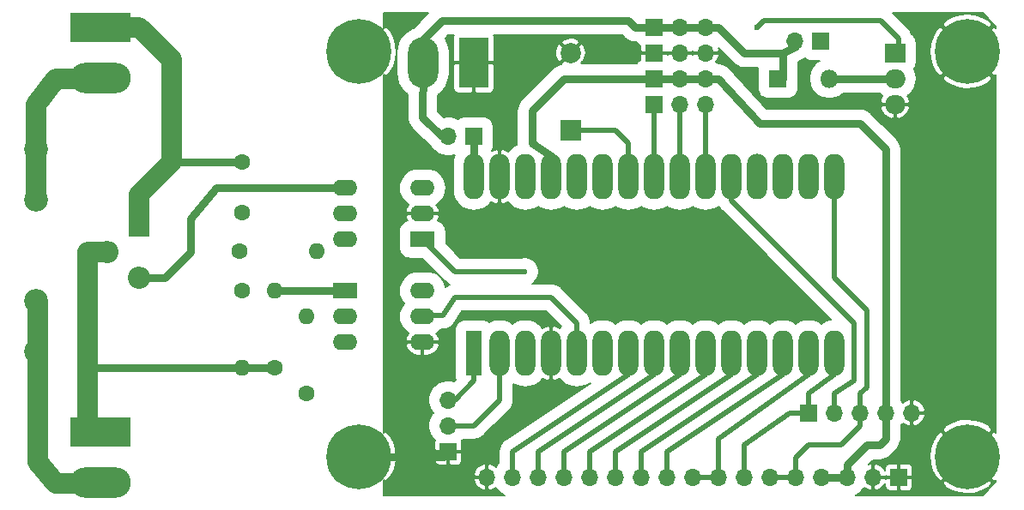
<source format=gbr>
G04 #@! TF.GenerationSoftware,KiCad,Pcbnew,(5.1.6-0-10_14)*
G04 #@! TF.CreationDate,2020-05-23T00:01:56+02:00*
G04 #@! TF.ProjectId,arduino_nano_reflow_TRIAC_v1_0,61726475-696e-46f5-9f6e-616e6f5f7265,1.0*
G04 #@! TF.SameCoordinates,Original*
G04 #@! TF.FileFunction,Copper,L2,Bot*
G04 #@! TF.FilePolarity,Positive*
%FSLAX46Y46*%
G04 Gerber Fmt 4.6, Leading zero omitted, Abs format (unit mm)*
G04 Created by KiCad (PCBNEW (5.1.6-0-10_14)) date 2020-05-23 00:01:56*
%MOMM*%
%LPD*%
G01*
G04 APERTURE LIST*
G04 #@! TA.AperFunction,ComponentPad*
%ADD10C,6.400000*%
G04 #@! TD*
G04 #@! TA.AperFunction,ComponentPad*
%ADD11O,2.000000X1.905000*%
G04 #@! TD*
G04 #@! TA.AperFunction,ComponentPad*
%ADD12R,2.000000X1.905000*%
G04 #@! TD*
G04 #@! TA.AperFunction,ComponentPad*
%ADD13O,1.600000X1.600000*%
G04 #@! TD*
G04 #@! TA.AperFunction,ComponentPad*
%ADD14C,1.600000*%
G04 #@! TD*
G04 #@! TA.AperFunction,ComponentPad*
%ADD15C,2.000000*%
G04 #@! TD*
G04 #@! TA.AperFunction,ComponentPad*
%ADD16R,2.000000X2.000000*%
G04 #@! TD*
G04 #@! TA.AperFunction,ComponentPad*
%ADD17R,1.700000X1.700000*%
G04 #@! TD*
G04 #@! TA.AperFunction,ComponentPad*
%ADD18O,1.700000X1.700000*%
G04 #@! TD*
G04 #@! TA.AperFunction,ComponentPad*
%ADD19R,1.800000X1.800000*%
G04 #@! TD*
G04 #@! TA.AperFunction,ComponentPad*
%ADD20O,1.800000X1.800000*%
G04 #@! TD*
G04 #@! TA.AperFunction,ComponentPad*
%ADD21R,2.400000X1.600000*%
G04 #@! TD*
G04 #@! TA.AperFunction,ComponentPad*
%ADD22O,2.400000X1.600000*%
G04 #@! TD*
G04 #@! TA.AperFunction,ComponentPad*
%ADD23C,2.350000*%
G04 #@! TD*
G04 #@! TA.AperFunction,ComponentPad*
%ADD24R,6.000000X3.000000*%
G04 #@! TD*
G04 #@! TA.AperFunction,ComponentPad*
%ADD25O,6.000000X3.000000*%
G04 #@! TD*
G04 #@! TA.AperFunction,ComponentPad*
%ADD26R,3.000000X5.000000*%
G04 #@! TD*
G04 #@! TA.AperFunction,ComponentPad*
%ADD27O,3.000000X5.000000*%
G04 #@! TD*
G04 #@! TA.AperFunction,ComponentPad*
%ADD28O,2.200000X2.200000*%
G04 #@! TD*
G04 #@! TA.AperFunction,ComponentPad*
%ADD29R,1.574800X4.500000*%
G04 #@! TD*
G04 #@! TA.AperFunction,ComponentPad*
%ADD30O,2.000000X4.500000*%
G04 #@! TD*
G04 #@! TA.AperFunction,ViaPad*
%ADD31C,0.600000*%
G04 #@! TD*
G04 #@! TA.AperFunction,Conductor*
%ADD32C,0.750000*%
G04 #@! TD*
G04 #@! TA.AperFunction,Conductor*
%ADD33C,0.500000*%
G04 #@! TD*
G04 #@! TA.AperFunction,Conductor*
%ADD34C,2.000000*%
G04 #@! TD*
G04 #@! TA.AperFunction,Conductor*
%ADD35C,0.200000*%
G04 #@! TD*
G04 APERTURE END LIST*
D10*
X196493140Y-72990980D03*
X136493140Y-72990980D03*
X136493140Y-112990980D03*
X196493140Y-112990980D03*
D11*
X189372820Y-78210000D03*
X189372820Y-75670000D03*
D12*
X189372820Y-73130000D03*
D13*
X128160000Y-96625000D03*
D14*
X128160000Y-104245000D03*
D13*
X131335000Y-99165000D03*
D14*
X131335000Y-106785000D03*
D15*
X157370000Y-73150000D03*
D16*
X157370000Y-80750000D03*
D17*
X180865000Y-108690000D03*
D18*
X183405000Y-108690000D03*
X185945000Y-108690000D03*
X188485000Y-108690000D03*
X191025000Y-108690000D03*
D17*
X147845000Y-81385000D03*
D18*
X145305000Y-81385000D03*
D17*
X189755000Y-115040000D03*
D18*
X187215000Y-115040000D03*
X184675000Y-115040000D03*
X182135000Y-115040000D03*
X179595000Y-115040000D03*
X177055000Y-115040000D03*
X174515000Y-115040000D03*
X171975000Y-115040000D03*
X169435000Y-115040000D03*
X166895000Y-115040000D03*
X164355000Y-115040000D03*
X161815000Y-115040000D03*
X159275000Y-115040000D03*
X156735000Y-115040000D03*
X154195000Y-115040000D03*
X151655000Y-115040000D03*
X149115000Y-115040000D03*
D19*
X177818820Y-75670000D03*
D20*
X182898820Y-75670000D03*
D17*
X165625000Y-70590000D03*
D18*
X168165000Y-70590000D03*
X170705000Y-70590000D03*
D17*
X165625000Y-78210000D03*
D18*
X168165000Y-78210000D03*
X170705000Y-78210000D03*
D17*
X165625000Y-75670000D03*
D18*
X168165000Y-75670000D03*
X170705000Y-75670000D03*
D17*
X165625000Y-73130000D03*
D18*
X168165000Y-73130000D03*
X170705000Y-73130000D03*
D17*
X182006820Y-71971260D03*
D18*
X179466820Y-71971260D03*
D14*
X124985000Y-96625000D03*
D13*
X124985000Y-104245000D03*
D14*
X124985000Y-83925000D03*
X124985000Y-88925000D03*
X124718820Y-92749260D03*
D13*
X132338820Y-92749260D03*
D17*
X145305000Y-112500000D03*
D18*
X145305000Y-109960000D03*
X145305000Y-107420000D03*
D21*
X135145000Y-96625000D03*
D22*
X142765000Y-101705000D03*
X135145000Y-99165000D03*
X142765000Y-99165000D03*
X135145000Y-101705000D03*
X142765000Y-96625000D03*
D21*
X142765000Y-91545000D03*
D22*
X135145000Y-86465000D03*
X142765000Y-89005000D03*
X135145000Y-89005000D03*
X142765000Y-86465000D03*
X135145000Y-91545000D03*
D23*
X104663820Y-97639260D03*
X104663820Y-102639260D03*
X104663820Y-87639260D03*
X104663820Y-82639260D03*
D24*
X111013820Y-110579260D03*
D25*
X111013820Y-115579260D03*
D24*
X111013820Y-70574260D03*
D25*
X111013820Y-75574260D03*
D26*
X147818820Y-74099260D03*
D27*
X142818820Y-74099260D03*
D16*
X114823820Y-90259260D03*
D28*
X111648820Y-92799260D03*
X114823820Y-95339260D03*
D29*
X147845000Y-102805000D03*
D30*
X150385000Y-102805000D03*
X152925000Y-102805000D03*
X155465000Y-102805000D03*
X158005000Y-102805000D03*
X160545000Y-102805000D03*
X163085000Y-102805000D03*
X165625000Y-102805000D03*
X168165000Y-102805000D03*
X170705000Y-102805000D03*
X173245000Y-102805000D03*
X175785000Y-102805000D03*
X178325000Y-102805000D03*
X180865000Y-102805000D03*
X183405000Y-102805000D03*
X183405000Y-85365000D03*
X180865000Y-85365000D03*
X178325000Y-85365000D03*
X175785000Y-85365000D03*
X173245000Y-85365000D03*
X170705000Y-85365000D03*
X168165000Y-85365000D03*
X165625000Y-85365000D03*
X163085000Y-85365000D03*
X160545000Y-85365000D03*
X158005000Y-85365000D03*
X155465000Y-85365000D03*
X152925000Y-85365000D03*
X150385000Y-85365000D03*
X147845000Y-85365000D03*
D31*
X140604820Y-70447260D03*
X152833140Y-94725980D03*
X175785000Y-70590000D03*
D32*
X144814020Y-112990980D02*
X145305000Y-112500000D01*
X136493140Y-112990980D02*
X144814020Y-112990980D01*
D33*
X171975000Y-115040000D02*
X169435000Y-115040000D01*
X171975000Y-111230000D02*
X171975000Y-115040000D01*
X180865000Y-101705000D02*
X180865000Y-104880000D01*
X180865000Y-104880000D02*
X171975000Y-111230000D01*
X150385000Y-101705000D02*
X150385000Y-107420000D01*
X150385000Y-107420000D02*
X147845000Y-109960000D01*
X147845000Y-109960000D02*
X145305000Y-109960000D01*
X147845000Y-105515000D02*
X145940000Y-107420000D01*
X147845000Y-101705000D02*
X147845000Y-105515000D01*
X158005000Y-99800000D02*
X158005000Y-101705000D01*
X142765000Y-99165000D02*
X144780000Y-99060000D01*
X144780000Y-99060000D02*
X145940000Y-97260000D01*
X145940000Y-97260000D02*
X155465000Y-97260000D01*
X155465000Y-97260000D02*
X158005000Y-99800000D01*
X159275000Y-112500000D02*
X159275000Y-115040000D01*
X170705000Y-101705000D02*
X170705000Y-104880000D01*
X170705000Y-104880000D02*
X159275000Y-112500000D01*
X161815000Y-112500000D02*
X161815000Y-115040000D01*
X173245000Y-101705000D02*
X173245000Y-104880000D01*
X173245000Y-104880000D02*
X161815000Y-112500000D01*
X164355000Y-112500000D02*
X164355000Y-115040000D01*
X175785000Y-101705000D02*
X175785000Y-104880000D01*
X175785000Y-104880000D02*
X164355000Y-112500000D01*
X178325000Y-101705000D02*
X178325000Y-104880000D01*
X178325000Y-104880000D02*
X166895000Y-112500000D01*
X166895000Y-112500000D02*
X166895000Y-115040000D01*
X180865000Y-108690000D02*
X178960000Y-108690000D01*
X174515000Y-111865000D02*
X174515000Y-115040000D01*
X178960000Y-108690000D02*
X174515000Y-111865000D01*
X183405000Y-104880000D02*
X180865000Y-106785000D01*
X180865000Y-106785000D02*
X180865000Y-108690000D01*
X174515000Y-113930000D02*
X174515000Y-115040000D01*
X183405000Y-101705000D02*
X183405000Y-104880000D01*
D32*
X155465000Y-86465000D02*
X155465000Y-83290000D01*
X155465000Y-83290000D02*
X153560000Y-82020000D01*
X153560000Y-82020000D02*
X153560000Y-78845000D01*
X153560000Y-78845000D02*
X156735000Y-75670000D01*
X176049584Y-80115000D02*
X171975000Y-75670000D01*
X176049584Y-80115000D02*
X185945000Y-80115000D01*
X188485000Y-82655000D02*
X185945000Y-80115000D01*
X171975000Y-75670000D02*
X171340000Y-75670000D01*
X171340000Y-75670000D02*
X170705000Y-75670000D01*
X170705000Y-75670000D02*
X168165000Y-75670000D01*
X168165000Y-75670000D02*
X165625000Y-75670000D01*
X156735000Y-75670000D02*
X165625000Y-75670000D01*
X188485000Y-82655000D02*
X188485000Y-103610000D01*
X188485000Y-103610000D02*
X188485000Y-108690000D01*
X188485000Y-108690000D02*
X188485000Y-111230000D01*
X184675000Y-113770000D02*
X184675000Y-115040000D01*
X186580000Y-111865000D02*
X184675000Y-113770000D01*
X187850000Y-111865000D02*
X186580000Y-111865000D01*
X188485000Y-111230000D02*
X187850000Y-111865000D01*
X184675000Y-115040000D02*
X182135000Y-115040000D01*
X170705000Y-70590000D02*
X171975000Y-70590000D01*
X171975000Y-70590000D02*
X174515000Y-73130000D01*
X174515000Y-73130000D02*
X178325000Y-73130000D01*
X170705000Y-70590000D02*
X168165000Y-70590000D01*
X168165000Y-70590000D02*
X165625000Y-70590000D01*
X178325000Y-75670000D02*
X178325000Y-73130000D01*
X178325000Y-73130000D02*
X179595000Y-72495000D01*
X142845000Y-74400000D02*
X142765000Y-79480000D01*
X142765000Y-79480000D02*
X144670000Y-81385000D01*
X163069260Y-69939260D02*
X163720000Y-70590000D01*
X144685740Y-69939260D02*
X163069260Y-69939260D01*
X163720000Y-70590000D02*
X165625000Y-70590000D01*
X142765000Y-71860000D02*
X144685740Y-69939260D01*
X142800000Y-74375000D02*
X142765000Y-71860000D01*
D33*
X185310000Y-99800000D02*
X173245000Y-87735000D01*
X185310000Y-99800000D02*
X185310000Y-105515000D01*
X183405000Y-106785000D02*
X185310000Y-105515000D01*
X173245000Y-87735000D02*
X173245000Y-86465000D01*
X183405000Y-108690000D02*
X183405000Y-106785000D01*
X185945000Y-108690000D02*
X185945000Y-106785000D01*
X185945000Y-106785000D02*
X186580000Y-106150000D01*
X186580000Y-106150000D02*
X186580000Y-98530000D01*
X180865000Y-111865000D02*
X179595000Y-113135000D01*
X179595000Y-113135000D02*
X179595000Y-115040000D01*
X179595000Y-115040000D02*
X177055000Y-115040000D01*
X184040000Y-111865000D02*
X180865000Y-111865000D01*
X185945000Y-108690000D02*
X185945000Y-109960000D01*
X185945000Y-109960000D02*
X184040000Y-111865000D01*
X183405000Y-95355000D02*
X183405000Y-86465000D01*
X186580000Y-98530000D02*
X183405000Y-95355000D01*
X175785000Y-86465000D02*
X175785000Y-83290000D01*
D32*
X182898820Y-75670000D02*
X189372820Y-75670000D01*
X147845000Y-86465000D02*
X147845000Y-81385000D01*
D33*
X151655000Y-112500000D02*
X151655000Y-113135000D01*
X163085000Y-104880000D02*
X151655000Y-112500000D01*
X163085000Y-101705000D02*
X163085000Y-104880000D01*
X151655000Y-113135000D02*
X151655000Y-115040000D01*
X154195000Y-112500000D02*
X154195000Y-113135000D01*
X165625000Y-104880000D02*
X154195000Y-112500000D01*
X165625000Y-101705000D02*
X165625000Y-104880000D01*
X154195000Y-113135000D02*
X154195000Y-115040000D01*
X156735000Y-112500000D02*
X156735000Y-113135000D01*
X168165000Y-104880000D02*
X156735000Y-112500000D01*
X168165000Y-101705000D02*
X168165000Y-104880000D01*
X156735000Y-113135000D02*
X156735000Y-115040000D01*
D32*
X135145000Y-86465000D02*
X122443199Y-86450009D01*
X122443199Y-86450009D02*
X119903820Y-89511689D01*
X119903820Y-89511689D02*
X119903820Y-92799260D01*
X119903820Y-92799260D02*
X117363820Y-95339260D01*
X117363820Y-95339260D02*
X114823820Y-95339260D01*
X135145000Y-96625000D02*
X128795000Y-96625000D01*
D33*
X142765000Y-91545000D02*
X145943140Y-94725980D01*
X145943140Y-94725980D02*
X152833140Y-94725980D01*
X170705000Y-86465000D02*
X170705000Y-83925000D01*
X170705000Y-83925000D02*
X170705000Y-78210000D01*
X168165000Y-83290000D02*
X168165000Y-78210000D01*
X168165000Y-86465000D02*
X168165000Y-83290000D01*
X165625000Y-78845000D02*
X165625000Y-78210000D01*
X165625000Y-86465000D02*
X165625000Y-78845000D01*
X157370000Y-80750000D02*
X161815000Y-80750000D01*
X163085000Y-82020000D02*
X161815000Y-80750000D01*
X163085000Y-82020000D02*
X163085000Y-86465000D01*
D34*
X114823820Y-87084260D02*
X114823820Y-90259260D01*
X114825000Y-70590000D02*
X111013820Y-70574260D01*
X117998820Y-83909260D02*
X114823820Y-87084260D01*
X118038820Y-83909260D02*
X117998820Y-83909260D01*
X118038820Y-83909260D02*
X118002362Y-73767362D01*
X114825000Y-70590000D02*
X118002362Y-73767362D01*
X118038820Y-83909260D02*
X118038820Y-83274260D01*
X118038820Y-83274260D02*
X118038820Y-83909260D01*
D32*
X124985000Y-83925000D02*
X117998820Y-83909260D01*
D34*
X109745000Y-104245000D02*
X109743820Y-92799260D01*
X109743820Y-92799260D02*
X111648820Y-92799260D01*
D32*
X128160000Y-104245000D02*
X124985000Y-104245000D01*
X124985000Y-104245000D02*
X109745000Y-104245000D01*
D34*
X109745000Y-104245000D02*
X109743820Y-109944260D01*
X109743820Y-109944260D02*
X109872000Y-109833000D01*
D33*
X189215000Y-73670000D02*
X189755000Y-73130000D01*
X187980000Y-69955000D02*
X189755000Y-71730000D01*
X176420000Y-69955000D02*
X187980000Y-69955000D01*
X189755000Y-71730000D02*
X189755000Y-73130000D01*
X175785000Y-70590000D02*
X176420000Y-69955000D01*
D34*
X106568820Y-115659260D02*
X111013820Y-115659260D01*
X104792000Y-113516000D02*
X104792000Y-102324260D01*
X104792000Y-102324260D02*
X104792000Y-97990980D01*
X104792000Y-113516000D02*
X106568820Y-115659260D01*
X104663820Y-87719260D02*
X104663820Y-82639260D01*
X104663820Y-82639260D02*
X104663820Y-78194260D01*
X104663820Y-78194260D02*
X106570000Y-75670000D01*
X106570000Y-75670000D02*
X110378820Y-75654260D01*
D35*
G36*
X141868488Y-70670548D02*
G01*
X141819030Y-70685551D01*
X141367349Y-70926979D01*
X140971448Y-71251887D01*
X140646539Y-71647788D01*
X140405111Y-72099469D01*
X140256440Y-72589571D01*
X140218820Y-72971533D01*
X140218820Y-75226986D01*
X140256440Y-75608948D01*
X140405111Y-76099050D01*
X140646539Y-76550731D01*
X140971447Y-76946633D01*
X141325142Y-77236903D01*
X141291141Y-79395966D01*
X141282865Y-79480000D01*
X141295968Y-79613046D01*
X141306971Y-79746224D01*
X141310194Y-79757485D01*
X141311343Y-79769150D01*
X141350151Y-79897084D01*
X141386924Y-80025557D01*
X141392284Y-80035976D01*
X141395685Y-80047188D01*
X141458673Y-80165030D01*
X141519836Y-80283924D01*
X141527130Y-80293102D01*
X141532650Y-80303430D01*
X141617432Y-80406738D01*
X141700600Y-80511395D01*
X141765016Y-80565980D01*
X143678248Y-82479213D01*
X143706229Y-82502176D01*
X143790336Y-82628052D01*
X144061948Y-82899664D01*
X144381329Y-83113067D01*
X144736206Y-83260062D01*
X145112942Y-83335000D01*
X145497058Y-83335000D01*
X145873794Y-83260062D01*
X145934178Y-83235050D01*
X145895465Y-83307477D01*
X145775385Y-83703329D01*
X145745000Y-84011834D01*
X145745000Y-86718167D01*
X145775386Y-87026672D01*
X145895466Y-87422524D01*
X146090466Y-87787343D01*
X146352892Y-88107109D01*
X146672658Y-88369535D01*
X147037477Y-88564535D01*
X147433329Y-88684615D01*
X147845000Y-88725161D01*
X148256672Y-88684615D01*
X148652524Y-88564535D01*
X149017343Y-88369535D01*
X149337109Y-88107109D01*
X149545116Y-87853652D01*
X149634792Y-87917761D01*
X149903363Y-88039087D01*
X150052101Y-88077593D01*
X150285000Y-87986359D01*
X150285000Y-85465000D01*
X150265000Y-85465000D01*
X150265000Y-85265000D01*
X150285000Y-85265000D01*
X150285000Y-82743641D01*
X150052101Y-82652407D01*
X149903363Y-82690913D01*
X149634792Y-82812239D01*
X149633083Y-82813461D01*
X149716184Y-82657988D01*
X149779084Y-82450638D01*
X149800322Y-82235000D01*
X149800322Y-80535000D01*
X149779084Y-80319362D01*
X149716184Y-80112012D01*
X149614042Y-79920916D01*
X149476581Y-79753419D01*
X149309084Y-79615958D01*
X149117988Y-79513816D01*
X148910638Y-79450916D01*
X148695000Y-79429678D01*
X146995000Y-79429678D01*
X146779362Y-79450916D01*
X146572012Y-79513816D01*
X146380916Y-79615958D01*
X146285069Y-79694617D01*
X146228671Y-79656933D01*
X145873794Y-79509938D01*
X145497058Y-79435000D01*
X145112942Y-79435000D01*
X144856896Y-79485931D01*
X144249652Y-78878688D01*
X144275022Y-77267658D01*
X144666193Y-76946633D01*
X144951275Y-76599260D01*
X145816401Y-76599260D01*
X145826055Y-76697277D01*
X145854645Y-76791527D01*
X145901074Y-76878389D01*
X145963556Y-76954524D01*
X146039691Y-77017006D01*
X146126553Y-77063435D01*
X146220803Y-77092025D01*
X146318820Y-77101679D01*
X147593820Y-77099260D01*
X147718820Y-76974260D01*
X147718820Y-74199260D01*
X147918820Y-74199260D01*
X147918820Y-76974260D01*
X148043820Y-77099260D01*
X149318820Y-77101679D01*
X149416837Y-77092025D01*
X149511087Y-77063435D01*
X149597949Y-77017006D01*
X149674084Y-76954524D01*
X149736566Y-76878389D01*
X149782995Y-76791527D01*
X149811585Y-76697277D01*
X149821239Y-76599260D01*
X149818820Y-74324260D01*
X149693820Y-74199260D01*
X147918820Y-74199260D01*
X147718820Y-74199260D01*
X145943820Y-74199260D01*
X145818820Y-74324260D01*
X145816401Y-76599260D01*
X144951275Y-76599260D01*
X144991101Y-76550732D01*
X145232529Y-76099051D01*
X145381200Y-75608949D01*
X145418820Y-75226987D01*
X145418820Y-72971533D01*
X145381200Y-72589571D01*
X145232529Y-72099469D01*
X145016207Y-71694758D01*
X145296705Y-71414260D01*
X145852441Y-71414260D01*
X145826055Y-71501243D01*
X145816401Y-71599260D01*
X145818820Y-73874260D01*
X145943820Y-73999260D01*
X147718820Y-73999260D01*
X147718820Y-73979260D01*
X147918820Y-73979260D01*
X147918820Y-73999260D01*
X149693820Y-73999260D01*
X149818820Y-73874260D01*
X149819546Y-73190879D01*
X155863297Y-73190879D01*
X155900223Y-73484037D01*
X155993631Y-73764358D01*
X156094511Y-73953091D01*
X156324446Y-74054132D01*
X157228579Y-73150000D01*
X156324446Y-72245868D01*
X156094511Y-72346909D01*
X155962344Y-72611176D01*
X155884272Y-72896150D01*
X155863297Y-73190879D01*
X149819546Y-73190879D01*
X149820701Y-72104446D01*
X156465868Y-72104446D01*
X157370000Y-73008579D01*
X158274132Y-72104446D01*
X158173091Y-71874511D01*
X157908824Y-71742344D01*
X157623850Y-71664272D01*
X157329121Y-71643297D01*
X157035963Y-71680223D01*
X156755642Y-71773631D01*
X156566909Y-71874511D01*
X156465868Y-72104446D01*
X149820701Y-72104446D01*
X149821239Y-71599260D01*
X149811585Y-71501243D01*
X149785199Y-71414260D01*
X162458296Y-71414260D01*
X162625784Y-71581748D01*
X162671972Y-71638028D01*
X162896569Y-71822351D01*
X163152811Y-71959315D01*
X163366137Y-72024027D01*
X163430849Y-72043657D01*
X163461279Y-72046654D01*
X163647548Y-72065000D01*
X163647554Y-72065000D01*
X163719999Y-72072135D01*
X163792444Y-72065000D01*
X163864917Y-72065000D01*
X163993419Y-72221581D01*
X164160916Y-72359042D01*
X164273119Y-72419015D01*
X164275000Y-72905000D01*
X164400000Y-73030000D01*
X165525000Y-73030000D01*
X165525000Y-73010000D01*
X165725000Y-73010000D01*
X165725000Y-73030000D01*
X166850000Y-73030000D01*
X166914932Y-72965068D01*
X166943705Y-73030000D01*
X168065000Y-73030000D01*
X168065000Y-73010000D01*
X168265000Y-73010000D01*
X168265000Y-73030000D01*
X169386295Y-73030000D01*
X169435000Y-72920089D01*
X169483705Y-73030000D01*
X170605000Y-73030000D01*
X170605000Y-73010000D01*
X170805000Y-73010000D01*
X170805000Y-73030000D01*
X171926295Y-73030000D01*
X172019076Y-72820624D01*
X171966832Y-72667796D01*
X173420788Y-74121753D01*
X173466972Y-74178028D01*
X173523247Y-74224212D01*
X173523248Y-74224213D01*
X173613326Y-74298138D01*
X173691569Y-74362351D01*
X173947811Y-74499315D01*
X174129277Y-74554362D01*
X174225849Y-74583657D01*
X174256279Y-74586654D01*
X174442548Y-74605000D01*
X174442554Y-74605000D01*
X174514999Y-74612135D01*
X174587444Y-74605000D01*
X175829749Y-74605000D01*
X175813498Y-74770000D01*
X175813498Y-76570000D01*
X175834736Y-76785638D01*
X175897636Y-76992988D01*
X175999778Y-77184084D01*
X176137239Y-77351581D01*
X176304736Y-77489042D01*
X176495832Y-77591184D01*
X176703182Y-77654084D01*
X176918820Y-77675322D01*
X178718820Y-77675322D01*
X178934458Y-77654084D01*
X179141808Y-77591184D01*
X179332904Y-77489042D01*
X179500401Y-77351581D01*
X179637862Y-77184084D01*
X179740004Y-76992988D01*
X179802904Y-76785638D01*
X179824142Y-76570000D01*
X179824142Y-74770000D01*
X179802904Y-74554362D01*
X179800000Y-74544789D01*
X179800000Y-74041599D01*
X180319442Y-73781878D01*
X180474478Y-73684284D01*
X180542736Y-73740302D01*
X180733832Y-73842444D01*
X180941182Y-73905344D01*
X181156820Y-73926582D01*
X181908125Y-73926582D01*
X181623894Y-74116499D01*
X181345319Y-74395074D01*
X181126443Y-74722645D01*
X180975679Y-75086622D01*
X180898820Y-75473017D01*
X180898820Y-75866983D01*
X180975679Y-76253378D01*
X181126443Y-76617355D01*
X181345319Y-76944926D01*
X181623894Y-77223501D01*
X181951465Y-77442377D01*
X182315442Y-77593141D01*
X182701837Y-77670000D01*
X183095803Y-77670000D01*
X183482198Y-77593141D01*
X183846175Y-77442377D01*
X184173746Y-77223501D01*
X184252247Y-77145000D01*
X187887238Y-77145000D01*
X188151874Y-77362181D01*
X188120825Y-77399777D01*
X187985902Y-77650331D01*
X187909750Y-77884549D01*
X188001592Y-78110000D01*
X189272820Y-78110000D01*
X189272820Y-78090000D01*
X189472820Y-78090000D01*
X189472820Y-78110000D01*
X190744048Y-78110000D01*
X190835890Y-77884549D01*
X190759738Y-77650331D01*
X190624815Y-77399777D01*
X190593766Y-77362181D01*
X190878679Y-77128359D01*
X191135169Y-76815825D01*
X191325758Y-76459258D01*
X191443122Y-76072360D01*
X191482751Y-75670000D01*
X191475982Y-75601272D01*
X194024269Y-75601272D01*
X194389504Y-76056518D01*
X195027982Y-76408013D01*
X195722764Y-76628194D01*
X196447152Y-76708599D01*
X197173307Y-76646137D01*
X197873323Y-76443211D01*
X198520301Y-76107617D01*
X198596776Y-76056518D01*
X198962011Y-75601272D01*
X196493140Y-73132401D01*
X194024269Y-75601272D01*
X191475982Y-75601272D01*
X191443122Y-75267640D01*
X191325758Y-74880742D01*
X191252779Y-74744207D01*
X191291862Y-74696584D01*
X191394004Y-74505488D01*
X191456904Y-74298138D01*
X191478142Y-74082500D01*
X191478142Y-72944992D01*
X192775521Y-72944992D01*
X192837983Y-73671147D01*
X193040909Y-74371163D01*
X193376503Y-75018141D01*
X193427602Y-75094616D01*
X193882848Y-75459851D01*
X196351719Y-72990980D01*
X193882848Y-70522109D01*
X193427602Y-70887344D01*
X193076107Y-71525822D01*
X192855926Y-72220604D01*
X192775521Y-72944992D01*
X191478142Y-72944992D01*
X191478142Y-72177500D01*
X191456904Y-71961862D01*
X191394004Y-71754512D01*
X191291862Y-71563416D01*
X191154401Y-71395919D01*
X191034572Y-71297578D01*
X191008272Y-71210878D01*
X190939875Y-71082915D01*
X190882915Y-70976350D01*
X190756490Y-70822301D01*
X190756483Y-70822294D01*
X190714212Y-70770787D01*
X190662706Y-70728517D01*
X190314877Y-70380688D01*
X194024269Y-70380688D01*
X196493140Y-72849559D01*
X198962011Y-70380688D01*
X198596776Y-69925442D01*
X197958298Y-69573947D01*
X197263516Y-69353766D01*
X196539128Y-69273361D01*
X195812973Y-69335823D01*
X195112957Y-69538749D01*
X194465979Y-69874343D01*
X194389504Y-69925442D01*
X194024269Y-70380688D01*
X190314877Y-70380688D01*
X189109188Y-69175000D01*
X198013300Y-69175000D01*
X199325001Y-70486702D01*
X199325001Y-70699869D01*
X199103432Y-70522109D01*
X196634561Y-72990980D01*
X199103432Y-75459851D01*
X199325001Y-75282091D01*
X199325000Y-110699869D01*
X199103432Y-110522109D01*
X196634561Y-112990980D01*
X199103432Y-115459851D01*
X199325000Y-115282091D01*
X199325000Y-115513299D01*
X198013300Y-116825000D01*
X185461223Y-116825000D01*
X185598671Y-116768067D01*
X185918052Y-116554664D01*
X186189664Y-116283052D01*
X186338152Y-116060823D01*
X186504570Y-116187954D01*
X186742175Y-116304494D01*
X186905625Y-116354072D01*
X187115000Y-116260912D01*
X187115000Y-115140000D01*
X187315000Y-115140000D01*
X187315000Y-116260912D01*
X187524375Y-116354072D01*
X187687825Y-116304494D01*
X187925430Y-116187954D01*
X188135734Y-116027298D01*
X188310655Y-115828701D01*
X188403437Y-115668791D01*
X188402581Y-115890000D01*
X188412235Y-115988017D01*
X188440825Y-116082267D01*
X188487254Y-116169129D01*
X188549736Y-116245264D01*
X188625871Y-116307746D01*
X188712733Y-116354175D01*
X188806983Y-116382765D01*
X188905000Y-116392419D01*
X189530000Y-116390000D01*
X189655000Y-116265000D01*
X189655000Y-115140000D01*
X189855000Y-115140000D01*
X189855000Y-116265000D01*
X189980000Y-116390000D01*
X190605000Y-116392419D01*
X190703017Y-116382765D01*
X190797267Y-116354175D01*
X190884129Y-116307746D01*
X190960264Y-116245264D01*
X191022746Y-116169129D01*
X191069175Y-116082267D01*
X191097765Y-115988017D01*
X191107419Y-115890000D01*
X191106302Y-115601272D01*
X194024269Y-115601272D01*
X194389504Y-116056518D01*
X195027982Y-116408013D01*
X195722764Y-116628194D01*
X196447152Y-116708599D01*
X197173307Y-116646137D01*
X197873323Y-116443211D01*
X198520301Y-116107617D01*
X198596776Y-116056518D01*
X198962011Y-115601272D01*
X196493140Y-113132401D01*
X194024269Y-115601272D01*
X191106302Y-115601272D01*
X191105000Y-115265000D01*
X190980000Y-115140000D01*
X189855000Y-115140000D01*
X189655000Y-115140000D01*
X188530000Y-115140000D01*
X188465068Y-115204932D01*
X188436295Y-115140000D01*
X187315000Y-115140000D01*
X187115000Y-115140000D01*
X187095000Y-115140000D01*
X187095000Y-114940000D01*
X187115000Y-114940000D01*
X187115000Y-113819088D01*
X187315000Y-113819088D01*
X187315000Y-114940000D01*
X188436295Y-114940000D01*
X188465068Y-114875068D01*
X188530000Y-114940000D01*
X189655000Y-114940000D01*
X189655000Y-113815000D01*
X189855000Y-113815000D01*
X189855000Y-114940000D01*
X190980000Y-114940000D01*
X191105000Y-114815000D01*
X191107419Y-114190000D01*
X191097765Y-114091983D01*
X191069175Y-113997733D01*
X191022746Y-113910871D01*
X190960264Y-113834736D01*
X190884129Y-113772254D01*
X190797267Y-113725825D01*
X190703017Y-113697235D01*
X190605000Y-113687581D01*
X189980000Y-113690000D01*
X189855000Y-113815000D01*
X189655000Y-113815000D01*
X189530000Y-113690000D01*
X188905000Y-113687581D01*
X188806983Y-113697235D01*
X188712733Y-113725825D01*
X188625871Y-113772254D01*
X188549736Y-113834736D01*
X188487254Y-113910871D01*
X188440825Y-113997733D01*
X188412235Y-114091983D01*
X188402581Y-114190000D01*
X188403437Y-114411209D01*
X188310655Y-114251299D01*
X188135734Y-114052702D01*
X187925430Y-113892046D01*
X187687825Y-113775506D01*
X187524375Y-113725928D01*
X187315000Y-113819088D01*
X187115000Y-113819088D01*
X186905625Y-113725928D01*
X186761242Y-113769723D01*
X187190965Y-113340000D01*
X187777555Y-113340000D01*
X187850000Y-113347135D01*
X187922445Y-113340000D01*
X187922452Y-113340000D01*
X188139150Y-113318657D01*
X188417189Y-113234315D01*
X188673431Y-113097351D01*
X188859079Y-112944992D01*
X192775521Y-112944992D01*
X192837983Y-113671147D01*
X193040909Y-114371163D01*
X193376503Y-115018141D01*
X193427602Y-115094616D01*
X193882848Y-115459851D01*
X196351719Y-112990980D01*
X193882848Y-110522109D01*
X193427602Y-110887344D01*
X193076107Y-111525822D01*
X192855926Y-112220604D01*
X192775521Y-112944992D01*
X188859079Y-112944992D01*
X188898028Y-112913028D01*
X188944216Y-112856748D01*
X189476748Y-112324216D01*
X189533028Y-112278028D01*
X189717351Y-112053431D01*
X189854315Y-111797189D01*
X189938657Y-111519150D01*
X189960000Y-111302452D01*
X189960000Y-111302445D01*
X189967135Y-111230000D01*
X189960000Y-111157555D01*
X189960000Y-110380688D01*
X194024269Y-110380688D01*
X196493140Y-112849559D01*
X198962011Y-110380688D01*
X198596776Y-109925442D01*
X197958298Y-109573947D01*
X197263516Y-109353766D01*
X196539128Y-109273361D01*
X195812973Y-109335823D01*
X195112957Y-109538749D01*
X194465979Y-109874343D01*
X194389504Y-109925442D01*
X194024269Y-110380688D01*
X189960000Y-110380688D01*
X189960000Y-109972716D01*
X189999664Y-109933052D01*
X190148152Y-109710823D01*
X190314570Y-109837954D01*
X190552175Y-109954494D01*
X190715625Y-110004072D01*
X190925000Y-109910912D01*
X190925000Y-108790000D01*
X191125000Y-108790000D01*
X191125000Y-109910912D01*
X191334375Y-110004072D01*
X191497825Y-109954494D01*
X191735430Y-109837954D01*
X191945734Y-109677298D01*
X192120655Y-109478701D01*
X192253470Y-109249795D01*
X192339076Y-108999376D01*
X192246295Y-108790000D01*
X191125000Y-108790000D01*
X190925000Y-108790000D01*
X190905000Y-108790000D01*
X190905000Y-108590000D01*
X190925000Y-108590000D01*
X190925000Y-107469088D01*
X191125000Y-107469088D01*
X191125000Y-108590000D01*
X192246295Y-108590000D01*
X192339076Y-108380624D01*
X192253470Y-108130205D01*
X192120655Y-107901299D01*
X191945734Y-107702702D01*
X191735430Y-107542046D01*
X191497825Y-107425506D01*
X191334375Y-107375928D01*
X191125000Y-107469088D01*
X190925000Y-107469088D01*
X190715625Y-107375928D01*
X190552175Y-107425506D01*
X190314570Y-107542046D01*
X190148152Y-107669177D01*
X189999664Y-107446948D01*
X189960000Y-107407284D01*
X189960000Y-82727444D01*
X189967135Y-82654999D01*
X189960000Y-82582554D01*
X189960000Y-82582548D01*
X189938657Y-82365850D01*
X189938122Y-82364084D01*
X189877871Y-82165465D01*
X189854315Y-82087811D01*
X189717351Y-81831569D01*
X189654803Y-81755355D01*
X189579213Y-81663248D01*
X189579208Y-81663243D01*
X189533027Y-81606972D01*
X189476758Y-81560793D01*
X187039216Y-79123252D01*
X186993028Y-79066972D01*
X186768431Y-78882649D01*
X186512189Y-78745685D01*
X186234150Y-78661343D01*
X186017452Y-78640000D01*
X186017445Y-78640000D01*
X185945000Y-78632865D01*
X185872555Y-78640000D01*
X176698438Y-78640000D01*
X176602602Y-78535451D01*
X187909750Y-78535451D01*
X187985902Y-78769669D01*
X188120825Y-79020223D01*
X188302036Y-79239640D01*
X188522571Y-79419489D01*
X188773955Y-79552858D01*
X189046528Y-79634621D01*
X189272820Y-79535694D01*
X189272820Y-78310000D01*
X189472820Y-78310000D01*
X189472820Y-79535694D01*
X189699112Y-79634621D01*
X189971685Y-79552858D01*
X190223069Y-79419489D01*
X190443604Y-79239640D01*
X190624815Y-79020223D01*
X190759738Y-78769669D01*
X190835890Y-78535451D01*
X190744048Y-78310000D01*
X189472820Y-78310000D01*
X189272820Y-78310000D01*
X188001592Y-78310000D01*
X187909750Y-78535451D01*
X176602602Y-78535451D01*
X173089573Y-74703057D01*
X173023028Y-74621972D01*
X172935499Y-74550138D01*
X172851183Y-74474580D01*
X172823396Y-74458137D01*
X172798431Y-74437649D01*
X172698559Y-74384266D01*
X172601132Y-74326615D01*
X172570672Y-74315910D01*
X172542189Y-74300685D01*
X172433827Y-74267814D01*
X172327019Y-74230275D01*
X172295053Y-74225717D01*
X172264150Y-74216343D01*
X172151454Y-74205243D01*
X172039379Y-74189264D01*
X171984961Y-74192245D01*
X171948052Y-74155336D01*
X171724056Y-74005667D01*
X171800655Y-73918701D01*
X171933470Y-73689795D01*
X172019076Y-73439376D01*
X171926295Y-73230000D01*
X170805000Y-73230000D01*
X170805000Y-73250000D01*
X170605000Y-73250000D01*
X170605000Y-73230000D01*
X169483705Y-73230000D01*
X169435000Y-73339911D01*
X169386295Y-73230000D01*
X168265000Y-73230000D01*
X168265000Y-73250000D01*
X168065000Y-73250000D01*
X168065000Y-73230000D01*
X166943705Y-73230000D01*
X166914932Y-73294932D01*
X166850000Y-73230000D01*
X165725000Y-73230000D01*
X165725000Y-73250000D01*
X165525000Y-73250000D01*
X165525000Y-73230000D01*
X164400000Y-73230000D01*
X164275000Y-73355000D01*
X164273119Y-73840985D01*
X164160916Y-73900958D01*
X163993419Y-74038419D01*
X163864917Y-74195000D01*
X158455900Y-74195000D01*
X158506162Y-74144738D01*
X158415555Y-74054131D01*
X158645489Y-73953091D01*
X158777656Y-73688824D01*
X158855728Y-73403850D01*
X158876703Y-73109121D01*
X158839777Y-72815963D01*
X158746369Y-72535642D01*
X158645489Y-72346909D01*
X158415554Y-72245868D01*
X157511421Y-73150000D01*
X157525564Y-73164142D01*
X157384142Y-73305564D01*
X157370000Y-73291421D01*
X156465868Y-74195554D01*
X156473794Y-74213591D01*
X156445849Y-74216343D01*
X156308805Y-74257915D01*
X156167811Y-74300685D01*
X155911569Y-74437649D01*
X155686972Y-74621972D01*
X155640788Y-74678247D01*
X152568248Y-77750788D01*
X152511973Y-77796972D01*
X152327650Y-78021569D01*
X152290351Y-78091351D01*
X152190685Y-78277812D01*
X152106343Y-78555850D01*
X152077865Y-78845000D01*
X152085001Y-78917455D01*
X152085000Y-81948323D01*
X152077865Y-82021550D01*
X152092145Y-82164991D01*
X152093456Y-82178304D01*
X151752657Y-82360465D01*
X151432891Y-82622891D01*
X151224884Y-82876348D01*
X151135208Y-82812239D01*
X150866637Y-82690913D01*
X150717899Y-82652407D01*
X150485000Y-82743641D01*
X150485000Y-85265000D01*
X150505000Y-85265000D01*
X150505000Y-85465000D01*
X150485000Y-85465000D01*
X150485000Y-87986359D01*
X150717899Y-88077593D01*
X150866637Y-88039087D01*
X151135208Y-87917761D01*
X151224884Y-87853651D01*
X151432892Y-88107109D01*
X151752658Y-88369535D01*
X152117477Y-88564535D01*
X152513329Y-88684615D01*
X152925000Y-88725161D01*
X153336672Y-88684615D01*
X153732524Y-88564535D01*
X154097343Y-88369535D01*
X154195000Y-88289389D01*
X154292658Y-88369535D01*
X154657477Y-88564535D01*
X155053329Y-88684615D01*
X155465000Y-88725161D01*
X155876672Y-88684615D01*
X156272524Y-88564535D01*
X156637343Y-88369535D01*
X156735000Y-88289389D01*
X156832658Y-88369535D01*
X157197477Y-88564535D01*
X157593329Y-88684615D01*
X158005000Y-88725161D01*
X158416672Y-88684615D01*
X158812524Y-88564535D01*
X159177343Y-88369535D01*
X159275000Y-88289389D01*
X159372658Y-88369535D01*
X159737477Y-88564535D01*
X160133329Y-88684615D01*
X160545000Y-88725161D01*
X160956672Y-88684615D01*
X161352524Y-88564535D01*
X161717343Y-88369535D01*
X161815000Y-88289389D01*
X161912658Y-88369535D01*
X162277477Y-88564535D01*
X162673329Y-88684615D01*
X163085000Y-88725161D01*
X163496672Y-88684615D01*
X163892524Y-88564535D01*
X164257343Y-88369535D01*
X164355000Y-88289389D01*
X164452658Y-88369535D01*
X164817477Y-88564535D01*
X165213329Y-88684615D01*
X165625000Y-88725161D01*
X166036672Y-88684615D01*
X166432524Y-88564535D01*
X166797343Y-88369535D01*
X166895000Y-88289389D01*
X166992658Y-88369535D01*
X167357477Y-88564535D01*
X167753329Y-88684615D01*
X168165000Y-88725161D01*
X168576672Y-88684615D01*
X168972524Y-88564535D01*
X169337343Y-88369535D01*
X169435000Y-88289389D01*
X169532658Y-88369535D01*
X169897477Y-88564535D01*
X170293329Y-88684615D01*
X170705000Y-88725161D01*
X171116672Y-88684615D01*
X171512524Y-88564535D01*
X171877343Y-88369535D01*
X171975000Y-88289389D01*
X172038383Y-88341406D01*
X172117085Y-88488649D01*
X172243510Y-88642698D01*
X172243513Y-88642701D01*
X172285787Y-88694212D01*
X172337299Y-88736487D01*
X183077870Y-99477058D01*
X182993328Y-99485385D01*
X182597476Y-99605465D01*
X182232657Y-99800465D01*
X182135000Y-99880610D01*
X182037343Y-99800465D01*
X181672523Y-99605465D01*
X181276671Y-99485385D01*
X180865000Y-99444839D01*
X180453328Y-99485385D01*
X180057476Y-99605465D01*
X179692657Y-99800465D01*
X179595000Y-99880610D01*
X179497343Y-99800465D01*
X179132523Y-99605465D01*
X178736671Y-99485385D01*
X178325000Y-99444839D01*
X177913328Y-99485385D01*
X177517476Y-99605465D01*
X177152657Y-99800465D01*
X177055000Y-99880610D01*
X176957343Y-99800465D01*
X176592523Y-99605465D01*
X176196671Y-99485385D01*
X175785000Y-99444839D01*
X175373328Y-99485385D01*
X174977476Y-99605465D01*
X174612657Y-99800465D01*
X174515000Y-99880610D01*
X174417343Y-99800465D01*
X174052523Y-99605465D01*
X173656671Y-99485385D01*
X173245000Y-99444839D01*
X172833328Y-99485385D01*
X172437476Y-99605465D01*
X172072657Y-99800465D01*
X171975000Y-99880610D01*
X171877343Y-99800465D01*
X171512523Y-99605465D01*
X171116671Y-99485385D01*
X170705000Y-99444839D01*
X170293328Y-99485385D01*
X169897476Y-99605465D01*
X169532657Y-99800465D01*
X169435000Y-99880610D01*
X169337343Y-99800465D01*
X168972523Y-99605465D01*
X168576671Y-99485385D01*
X168165000Y-99444839D01*
X167753328Y-99485385D01*
X167357476Y-99605465D01*
X166992657Y-99800465D01*
X166895000Y-99880610D01*
X166797343Y-99800465D01*
X166432523Y-99605465D01*
X166036671Y-99485385D01*
X165625000Y-99444839D01*
X165213328Y-99485385D01*
X164817476Y-99605465D01*
X164452657Y-99800465D01*
X164355000Y-99880610D01*
X164257343Y-99800465D01*
X163892523Y-99605465D01*
X163496671Y-99485385D01*
X163085000Y-99444839D01*
X162673328Y-99485385D01*
X162277476Y-99605465D01*
X161912657Y-99800465D01*
X161815000Y-99880610D01*
X161717343Y-99800465D01*
X161352523Y-99605465D01*
X160956671Y-99485385D01*
X160545000Y-99444839D01*
X160133328Y-99485385D01*
X159737476Y-99605465D01*
X159372657Y-99800465D01*
X159360503Y-99810440D01*
X159361531Y-99799999D01*
X159355000Y-99733688D01*
X159355000Y-99733679D01*
X159335467Y-99535354D01*
X159258272Y-99280878D01*
X159132915Y-99046351D01*
X158964212Y-98840787D01*
X158912701Y-98798513D01*
X156466491Y-96352303D01*
X156424213Y-96300787D01*
X156218649Y-96132085D01*
X155984122Y-96006728D01*
X155729646Y-95929533D01*
X155531321Y-95910000D01*
X155531319Y-95910000D01*
X155465000Y-95903468D01*
X155398681Y-95910000D01*
X153581063Y-95910000D01*
X153725588Y-95813431D01*
X153920591Y-95618428D01*
X154073804Y-95389129D01*
X154179339Y-95134345D01*
X154233140Y-94863868D01*
X154233140Y-94588092D01*
X154179339Y-94317615D01*
X154073804Y-94062831D01*
X153920591Y-93833532D01*
X153725588Y-93638529D01*
X153496289Y-93485316D01*
X153241505Y-93379781D01*
X152971028Y-93325980D01*
X152695252Y-93325980D01*
X152443884Y-93375980D01*
X146502681Y-93375980D01*
X145070322Y-91942341D01*
X145070322Y-90745000D01*
X145049084Y-90529362D01*
X144986184Y-90322012D01*
X144884042Y-90130916D01*
X144746581Y-89963419D01*
X144579084Y-89825958D01*
X144387988Y-89723816D01*
X144270606Y-89688208D01*
X144301468Y-89644094D01*
X144404312Y-89410100D01*
X144429547Y-89306531D01*
X144335737Y-89105000D01*
X142865000Y-89105000D01*
X142865000Y-89125000D01*
X142665000Y-89125000D01*
X142665000Y-89105000D01*
X141194263Y-89105000D01*
X141100453Y-89306531D01*
X141125688Y-89410100D01*
X141228532Y-89644094D01*
X141259394Y-89688208D01*
X141142012Y-89723816D01*
X140950916Y-89825958D01*
X140783419Y-89963419D01*
X140645958Y-90130916D01*
X140543816Y-90322012D01*
X140480916Y-90529362D01*
X140459678Y-90745000D01*
X140459678Y-92345000D01*
X140480916Y-92560638D01*
X140543816Y-92767988D01*
X140645958Y-92959084D01*
X140783419Y-93126581D01*
X140950916Y-93264042D01*
X141142012Y-93366184D01*
X141349362Y-93429084D01*
X141565000Y-93450322D01*
X142760286Y-93450322D01*
X144941458Y-95633444D01*
X144983927Y-95685193D01*
X145086217Y-95769141D01*
X145188986Y-95853558D01*
X145189257Y-95853703D01*
X145189491Y-95853895D01*
X145306407Y-95916388D01*
X145423457Y-95979019D01*
X145423747Y-95979107D01*
X145424018Y-95979252D01*
X145467736Y-95992514D01*
X145420878Y-96006728D01*
X145410915Y-96012053D01*
X145400159Y-96015512D01*
X145293751Y-96074679D01*
X145186351Y-96132085D01*
X145177615Y-96139254D01*
X145167744Y-96144743D01*
X145074912Y-96223540D01*
X145037663Y-96254110D01*
X145037508Y-96252535D01*
X144928864Y-95894383D01*
X144752436Y-95564309D01*
X144515003Y-95274997D01*
X144225691Y-95037564D01*
X143895617Y-94861136D01*
X143537465Y-94752492D01*
X143258337Y-94725000D01*
X142271663Y-94725000D01*
X141992535Y-94752492D01*
X141634383Y-94861136D01*
X141304309Y-95037564D01*
X141014997Y-95274997D01*
X140777564Y-95564309D01*
X140601136Y-95894383D01*
X140492492Y-96252535D01*
X140455807Y-96625000D01*
X140492492Y-96997465D01*
X140601136Y-97355617D01*
X140777564Y-97685691D01*
X140949340Y-97895000D01*
X140777564Y-98104309D01*
X140601136Y-98434383D01*
X140492492Y-98792535D01*
X140455807Y-99165000D01*
X140492492Y-99537465D01*
X140601136Y-99895617D01*
X140777564Y-100225691D01*
X141014997Y-100515003D01*
X141304309Y-100752436D01*
X141419419Y-100813963D01*
X141375050Y-100856472D01*
X141228532Y-101065906D01*
X141125688Y-101299900D01*
X141100453Y-101403469D01*
X141194263Y-101605000D01*
X142665000Y-101605000D01*
X142665000Y-101585000D01*
X142865000Y-101585000D01*
X142865000Y-101605000D01*
X144335737Y-101605000D01*
X144429547Y-101403469D01*
X144404312Y-101299900D01*
X144301468Y-101065906D01*
X144154950Y-100856472D01*
X144110581Y-100813963D01*
X144225691Y-100752436D01*
X144515003Y-100515003D01*
X144591618Y-100421648D01*
X144760026Y-100412872D01*
X144802502Y-100416345D01*
X144892533Y-100405967D01*
X144916483Y-100404719D01*
X144958382Y-100398377D01*
X145066679Y-100385893D01*
X145089655Y-100378505D01*
X145113523Y-100374892D01*
X145216062Y-100337858D01*
X145319840Y-100304488D01*
X145340937Y-100292758D01*
X145363637Y-100284559D01*
X145456967Y-100228241D01*
X145552255Y-100175258D01*
X145570659Y-100159636D01*
X145591323Y-100147167D01*
X145671880Y-100073717D01*
X145754992Y-100003169D01*
X145769992Y-99984261D01*
X145787829Y-99967997D01*
X145852510Y-99880240D01*
X145878844Y-99847044D01*
X145891836Y-99826883D01*
X145945605Y-99753932D01*
X145963711Y-99715354D01*
X146676050Y-98610000D01*
X154905812Y-98610000D01*
X156443390Y-100147578D01*
X156304884Y-100316348D01*
X156215208Y-100252239D01*
X155946637Y-100130913D01*
X155797899Y-100092407D01*
X155565000Y-100183641D01*
X155565000Y-102705000D01*
X155585000Y-102705000D01*
X155585000Y-102905000D01*
X155565000Y-102905000D01*
X155565000Y-105426359D01*
X155797899Y-105517593D01*
X155946637Y-105479087D01*
X156215208Y-105357761D01*
X156304884Y-105293651D01*
X156512892Y-105547109D01*
X156832658Y-105809535D01*
X157197477Y-106004535D01*
X157593329Y-106124615D01*
X158005000Y-106165161D01*
X158416672Y-106124615D01*
X158812524Y-106004535D01*
X159177343Y-105809535D01*
X159275001Y-105729389D01*
X159320795Y-105766972D01*
X150960755Y-111340333D01*
X150901351Y-111372085D01*
X150798979Y-111456100D01*
X150696791Y-111539784D01*
X150696335Y-111540338D01*
X150695787Y-111540788D01*
X150611947Y-111642947D01*
X150527875Y-111745172D01*
X150527539Y-111745798D01*
X150527085Y-111746352D01*
X150464570Y-111863310D01*
X150402272Y-111979568D01*
X150402065Y-111980249D01*
X150401728Y-111980879D01*
X150363269Y-112107662D01*
X150324811Y-112233963D01*
X150324741Y-112234671D01*
X150324533Y-112235355D01*
X150311559Y-112367088D01*
X150298469Y-112498581D01*
X150305000Y-112565609D01*
X150305000Y-113632284D01*
X150140336Y-113796948D01*
X149991848Y-114019177D01*
X149825430Y-113892046D01*
X149587825Y-113775506D01*
X149424375Y-113725928D01*
X149215000Y-113819088D01*
X149215000Y-114940000D01*
X149235000Y-114940000D01*
X149235000Y-115140000D01*
X149215000Y-115140000D01*
X149215000Y-116260912D01*
X149424375Y-116354072D01*
X149587825Y-116304494D01*
X149825430Y-116187954D01*
X149991848Y-116060823D01*
X150140336Y-116283052D01*
X150411948Y-116554664D01*
X150731329Y-116768067D01*
X150868777Y-116825000D01*
X138926820Y-116825000D01*
X138926820Y-115645136D01*
X138962011Y-115601272D01*
X138926820Y-115566081D01*
X138926820Y-115283239D01*
X139103432Y-115459851D01*
X139241133Y-115349376D01*
X147800924Y-115349376D01*
X147886530Y-115599795D01*
X148019345Y-115828701D01*
X148194266Y-116027298D01*
X148404570Y-116187954D01*
X148642175Y-116304494D01*
X148805625Y-116354072D01*
X149015000Y-116260912D01*
X149015000Y-115140000D01*
X147893705Y-115140000D01*
X147800924Y-115349376D01*
X139241133Y-115349376D01*
X139558678Y-115094616D01*
X139759062Y-114730624D01*
X147800924Y-114730624D01*
X147893705Y-114940000D01*
X149015000Y-114940000D01*
X149015000Y-113819088D01*
X148805625Y-113725928D01*
X148642175Y-113775506D01*
X148404570Y-113892046D01*
X148194266Y-114052702D01*
X148019345Y-114251299D01*
X147886530Y-114480205D01*
X147800924Y-114730624D01*
X139759062Y-114730624D01*
X139910173Y-114456138D01*
X140130354Y-113761356D01*
X140176013Y-113350000D01*
X143952581Y-113350000D01*
X143962235Y-113448017D01*
X143990825Y-113542267D01*
X144037254Y-113629129D01*
X144099736Y-113705264D01*
X144175871Y-113767746D01*
X144262733Y-113814175D01*
X144356983Y-113842765D01*
X144455000Y-113852419D01*
X145080000Y-113850000D01*
X145205000Y-113725000D01*
X145205000Y-112600000D01*
X145405000Y-112600000D01*
X145405000Y-113725000D01*
X145530000Y-113850000D01*
X146155000Y-113852419D01*
X146253017Y-113842765D01*
X146347267Y-113814175D01*
X146434129Y-113767746D01*
X146510264Y-113705264D01*
X146572746Y-113629129D01*
X146619175Y-113542267D01*
X146647765Y-113448017D01*
X146657419Y-113350000D01*
X146655000Y-112725000D01*
X146530000Y-112600000D01*
X145405000Y-112600000D01*
X145205000Y-112600000D01*
X144080000Y-112600000D01*
X143955000Y-112725000D01*
X143952581Y-113350000D01*
X140176013Y-113350000D01*
X140210759Y-113036968D01*
X140148297Y-112310813D01*
X139945371Y-111610797D01*
X139609777Y-110963819D01*
X139558678Y-110887344D01*
X139103432Y-110522109D01*
X138926820Y-110698721D01*
X138926820Y-110415879D01*
X138962011Y-110380688D01*
X138926820Y-110336824D01*
X138926820Y-107227942D01*
X143355000Y-107227942D01*
X143355000Y-107612058D01*
X143429938Y-107988794D01*
X143576933Y-108343671D01*
X143790336Y-108663052D01*
X143817284Y-108690000D01*
X143790336Y-108716948D01*
X143576933Y-109036329D01*
X143429938Y-109391206D01*
X143355000Y-109767942D01*
X143355000Y-110152058D01*
X143429938Y-110528794D01*
X143576933Y-110883671D01*
X143790336Y-111203052D01*
X144009702Y-111422418D01*
X143990825Y-111457733D01*
X143962235Y-111551983D01*
X143952581Y-111650000D01*
X143955000Y-112275000D01*
X144080000Y-112400000D01*
X145205000Y-112400000D01*
X145205000Y-112380000D01*
X145405000Y-112380000D01*
X145405000Y-112400000D01*
X146530000Y-112400000D01*
X146655000Y-112275000D01*
X146657419Y-111650000D01*
X146647765Y-111551983D01*
X146619175Y-111457733D01*
X146600298Y-111422418D01*
X146712716Y-111310000D01*
X147778681Y-111310000D01*
X147845000Y-111316532D01*
X147911319Y-111310000D01*
X147911321Y-111310000D01*
X148109646Y-111290467D01*
X148364122Y-111213272D01*
X148598649Y-111087915D01*
X148804213Y-110919213D01*
X148846491Y-110867697D01*
X151292698Y-108421490D01*
X151344213Y-108379213D01*
X151512915Y-108173649D01*
X151638272Y-107939122D01*
X151715467Y-107684646D01*
X151735000Y-107486321D01*
X151735000Y-107486312D01*
X151741531Y-107420001D01*
X151735000Y-107353690D01*
X151735000Y-105795043D01*
X151752658Y-105809535D01*
X152117477Y-106004535D01*
X152513329Y-106124615D01*
X152925000Y-106165161D01*
X153336672Y-106124615D01*
X153732524Y-106004535D01*
X154097343Y-105809535D01*
X154417109Y-105547109D01*
X154625116Y-105293652D01*
X154714792Y-105357761D01*
X154983363Y-105479087D01*
X155132101Y-105517593D01*
X155365000Y-105426359D01*
X155365000Y-102905000D01*
X155345000Y-102905000D01*
X155345000Y-102705000D01*
X155365000Y-102705000D01*
X155365000Y-100183641D01*
X155132101Y-100092407D01*
X154983363Y-100130913D01*
X154714792Y-100252239D01*
X154625116Y-100316348D01*
X154417109Y-100062891D01*
X154097343Y-99800465D01*
X153732523Y-99605465D01*
X153336671Y-99485385D01*
X152925000Y-99444839D01*
X152513328Y-99485385D01*
X152117476Y-99605465D01*
X151752657Y-99800465D01*
X151655000Y-99880610D01*
X151557343Y-99800465D01*
X151192523Y-99605465D01*
X150796671Y-99485385D01*
X150385000Y-99444839D01*
X149973328Y-99485385D01*
X149577476Y-99605465D01*
X149354532Y-99724631D01*
X149246484Y-99635958D01*
X149055388Y-99533816D01*
X148848038Y-99470916D01*
X148632400Y-99449678D01*
X147057600Y-99449678D01*
X146841962Y-99470916D01*
X146634612Y-99533816D01*
X146443516Y-99635958D01*
X146276019Y-99773419D01*
X146138558Y-99940916D01*
X146036416Y-100132012D01*
X145973516Y-100339362D01*
X145952278Y-100555000D01*
X145952278Y-105055000D01*
X145973516Y-105270638D01*
X146021615Y-105429196D01*
X145896478Y-105554334D01*
X145873794Y-105544938D01*
X145497058Y-105470000D01*
X145112942Y-105470000D01*
X144736206Y-105544938D01*
X144381329Y-105691933D01*
X144061948Y-105905336D01*
X143790336Y-106176948D01*
X143576933Y-106496329D01*
X143429938Y-106851206D01*
X143355000Y-107227942D01*
X138926820Y-107227942D01*
X138926820Y-102006531D01*
X141100453Y-102006531D01*
X141125688Y-102110100D01*
X141228532Y-102344094D01*
X141375050Y-102553528D01*
X141559611Y-102730353D01*
X141775123Y-102867775D01*
X142013304Y-102960512D01*
X142265000Y-103005000D01*
X142665000Y-103005000D01*
X142665000Y-101805000D01*
X142865000Y-101805000D01*
X142865000Y-103005000D01*
X143265000Y-103005000D01*
X143516696Y-102960512D01*
X143754877Y-102867775D01*
X143970389Y-102730353D01*
X144154950Y-102553528D01*
X144301468Y-102344094D01*
X144404312Y-102110100D01*
X144429547Y-102006531D01*
X144335737Y-101805000D01*
X142865000Y-101805000D01*
X142665000Y-101805000D01*
X141194263Y-101805000D01*
X141100453Y-102006531D01*
X138926820Y-102006531D01*
X138926820Y-86465000D01*
X140455807Y-86465000D01*
X140492492Y-86837465D01*
X140601136Y-87195617D01*
X140777564Y-87525691D01*
X141014997Y-87815003D01*
X141304309Y-88052436D01*
X141419419Y-88113963D01*
X141375050Y-88156472D01*
X141228532Y-88365906D01*
X141125688Y-88599900D01*
X141100453Y-88703469D01*
X141194263Y-88905000D01*
X142665000Y-88905000D01*
X142665000Y-88885000D01*
X142865000Y-88885000D01*
X142865000Y-88905000D01*
X144335737Y-88905000D01*
X144429547Y-88703469D01*
X144404312Y-88599900D01*
X144301468Y-88365906D01*
X144154950Y-88156472D01*
X144110581Y-88113963D01*
X144225691Y-88052436D01*
X144515003Y-87815003D01*
X144752436Y-87525691D01*
X144928864Y-87195617D01*
X145037508Y-86837465D01*
X145074193Y-86465000D01*
X145037508Y-86092535D01*
X144928864Y-85734383D01*
X144752436Y-85404309D01*
X144515003Y-85114997D01*
X144225691Y-84877564D01*
X143895617Y-84701136D01*
X143537465Y-84592492D01*
X143258337Y-84565000D01*
X142271663Y-84565000D01*
X141992535Y-84592492D01*
X141634383Y-84701136D01*
X141304309Y-84877564D01*
X141014997Y-85114997D01*
X140777564Y-85404309D01*
X140601136Y-85734383D01*
X140492492Y-86092535D01*
X140455807Y-86465000D01*
X138926820Y-86465000D01*
X138926820Y-75645136D01*
X138962011Y-75601272D01*
X138926820Y-75566081D01*
X138926820Y-75283239D01*
X139103432Y-75459851D01*
X139558678Y-75094616D01*
X139910173Y-74456138D01*
X140130354Y-73761356D01*
X140210759Y-73036968D01*
X140148297Y-72310813D01*
X139945371Y-71610797D01*
X139609777Y-70963819D01*
X139558678Y-70887344D01*
X139103432Y-70522109D01*
X138926820Y-70698721D01*
X138926820Y-70415879D01*
X138962011Y-70380688D01*
X138926820Y-70336824D01*
X138926820Y-69175000D01*
X143364035Y-69175000D01*
X141868488Y-70670548D01*
G37*
X141868488Y-70670548D02*
X141819030Y-70685551D01*
X141367349Y-70926979D01*
X140971448Y-71251887D01*
X140646539Y-71647788D01*
X140405111Y-72099469D01*
X140256440Y-72589571D01*
X140218820Y-72971533D01*
X140218820Y-75226986D01*
X140256440Y-75608948D01*
X140405111Y-76099050D01*
X140646539Y-76550731D01*
X140971447Y-76946633D01*
X141325142Y-77236903D01*
X141291141Y-79395966D01*
X141282865Y-79480000D01*
X141295968Y-79613046D01*
X141306971Y-79746224D01*
X141310194Y-79757485D01*
X141311343Y-79769150D01*
X141350151Y-79897084D01*
X141386924Y-80025557D01*
X141392284Y-80035976D01*
X141395685Y-80047188D01*
X141458673Y-80165030D01*
X141519836Y-80283924D01*
X141527130Y-80293102D01*
X141532650Y-80303430D01*
X141617432Y-80406738D01*
X141700600Y-80511395D01*
X141765016Y-80565980D01*
X143678248Y-82479213D01*
X143706229Y-82502176D01*
X143790336Y-82628052D01*
X144061948Y-82899664D01*
X144381329Y-83113067D01*
X144736206Y-83260062D01*
X145112942Y-83335000D01*
X145497058Y-83335000D01*
X145873794Y-83260062D01*
X145934178Y-83235050D01*
X145895465Y-83307477D01*
X145775385Y-83703329D01*
X145745000Y-84011834D01*
X145745000Y-86718167D01*
X145775386Y-87026672D01*
X145895466Y-87422524D01*
X146090466Y-87787343D01*
X146352892Y-88107109D01*
X146672658Y-88369535D01*
X147037477Y-88564535D01*
X147433329Y-88684615D01*
X147845000Y-88725161D01*
X148256672Y-88684615D01*
X148652524Y-88564535D01*
X149017343Y-88369535D01*
X149337109Y-88107109D01*
X149545116Y-87853652D01*
X149634792Y-87917761D01*
X149903363Y-88039087D01*
X150052101Y-88077593D01*
X150285000Y-87986359D01*
X150285000Y-85465000D01*
X150265000Y-85465000D01*
X150265000Y-85265000D01*
X150285000Y-85265000D01*
X150285000Y-82743641D01*
X150052101Y-82652407D01*
X149903363Y-82690913D01*
X149634792Y-82812239D01*
X149633083Y-82813461D01*
X149716184Y-82657988D01*
X149779084Y-82450638D01*
X149800322Y-82235000D01*
X149800322Y-80535000D01*
X149779084Y-80319362D01*
X149716184Y-80112012D01*
X149614042Y-79920916D01*
X149476581Y-79753419D01*
X149309084Y-79615958D01*
X149117988Y-79513816D01*
X148910638Y-79450916D01*
X148695000Y-79429678D01*
X146995000Y-79429678D01*
X146779362Y-79450916D01*
X146572012Y-79513816D01*
X146380916Y-79615958D01*
X146285069Y-79694617D01*
X146228671Y-79656933D01*
X145873794Y-79509938D01*
X145497058Y-79435000D01*
X145112942Y-79435000D01*
X144856896Y-79485931D01*
X144249652Y-78878688D01*
X144275022Y-77267658D01*
X144666193Y-76946633D01*
X144951275Y-76599260D01*
X145816401Y-76599260D01*
X145826055Y-76697277D01*
X145854645Y-76791527D01*
X145901074Y-76878389D01*
X145963556Y-76954524D01*
X146039691Y-77017006D01*
X146126553Y-77063435D01*
X146220803Y-77092025D01*
X146318820Y-77101679D01*
X147593820Y-77099260D01*
X147718820Y-76974260D01*
X147718820Y-74199260D01*
X147918820Y-74199260D01*
X147918820Y-76974260D01*
X148043820Y-77099260D01*
X149318820Y-77101679D01*
X149416837Y-77092025D01*
X149511087Y-77063435D01*
X149597949Y-77017006D01*
X149674084Y-76954524D01*
X149736566Y-76878389D01*
X149782995Y-76791527D01*
X149811585Y-76697277D01*
X149821239Y-76599260D01*
X149818820Y-74324260D01*
X149693820Y-74199260D01*
X147918820Y-74199260D01*
X147718820Y-74199260D01*
X145943820Y-74199260D01*
X145818820Y-74324260D01*
X145816401Y-76599260D01*
X144951275Y-76599260D01*
X144991101Y-76550732D01*
X145232529Y-76099051D01*
X145381200Y-75608949D01*
X145418820Y-75226987D01*
X145418820Y-72971533D01*
X145381200Y-72589571D01*
X145232529Y-72099469D01*
X145016207Y-71694758D01*
X145296705Y-71414260D01*
X145852441Y-71414260D01*
X145826055Y-71501243D01*
X145816401Y-71599260D01*
X145818820Y-73874260D01*
X145943820Y-73999260D01*
X147718820Y-73999260D01*
X147718820Y-73979260D01*
X147918820Y-73979260D01*
X147918820Y-73999260D01*
X149693820Y-73999260D01*
X149818820Y-73874260D01*
X149819546Y-73190879D01*
X155863297Y-73190879D01*
X155900223Y-73484037D01*
X155993631Y-73764358D01*
X156094511Y-73953091D01*
X156324446Y-74054132D01*
X157228579Y-73150000D01*
X156324446Y-72245868D01*
X156094511Y-72346909D01*
X155962344Y-72611176D01*
X155884272Y-72896150D01*
X155863297Y-73190879D01*
X149819546Y-73190879D01*
X149820701Y-72104446D01*
X156465868Y-72104446D01*
X157370000Y-73008579D01*
X158274132Y-72104446D01*
X158173091Y-71874511D01*
X157908824Y-71742344D01*
X157623850Y-71664272D01*
X157329121Y-71643297D01*
X157035963Y-71680223D01*
X156755642Y-71773631D01*
X156566909Y-71874511D01*
X156465868Y-72104446D01*
X149820701Y-72104446D01*
X149821239Y-71599260D01*
X149811585Y-71501243D01*
X149785199Y-71414260D01*
X162458296Y-71414260D01*
X162625784Y-71581748D01*
X162671972Y-71638028D01*
X162896569Y-71822351D01*
X163152811Y-71959315D01*
X163366137Y-72024027D01*
X163430849Y-72043657D01*
X163461279Y-72046654D01*
X163647548Y-72065000D01*
X163647554Y-72065000D01*
X163719999Y-72072135D01*
X163792444Y-72065000D01*
X163864917Y-72065000D01*
X163993419Y-72221581D01*
X164160916Y-72359042D01*
X164273119Y-72419015D01*
X164275000Y-72905000D01*
X164400000Y-73030000D01*
X165525000Y-73030000D01*
X165525000Y-73010000D01*
X165725000Y-73010000D01*
X165725000Y-73030000D01*
X166850000Y-73030000D01*
X166914932Y-72965068D01*
X166943705Y-73030000D01*
X168065000Y-73030000D01*
X168065000Y-73010000D01*
X168265000Y-73010000D01*
X168265000Y-73030000D01*
X169386295Y-73030000D01*
X169435000Y-72920089D01*
X169483705Y-73030000D01*
X170605000Y-73030000D01*
X170605000Y-73010000D01*
X170805000Y-73010000D01*
X170805000Y-73030000D01*
X171926295Y-73030000D01*
X172019076Y-72820624D01*
X171966832Y-72667796D01*
X173420788Y-74121753D01*
X173466972Y-74178028D01*
X173523247Y-74224212D01*
X173523248Y-74224213D01*
X173613326Y-74298138D01*
X173691569Y-74362351D01*
X173947811Y-74499315D01*
X174129277Y-74554362D01*
X174225849Y-74583657D01*
X174256279Y-74586654D01*
X174442548Y-74605000D01*
X174442554Y-74605000D01*
X174514999Y-74612135D01*
X174587444Y-74605000D01*
X175829749Y-74605000D01*
X175813498Y-74770000D01*
X175813498Y-76570000D01*
X175834736Y-76785638D01*
X175897636Y-76992988D01*
X175999778Y-77184084D01*
X176137239Y-77351581D01*
X176304736Y-77489042D01*
X176495832Y-77591184D01*
X176703182Y-77654084D01*
X176918820Y-77675322D01*
X178718820Y-77675322D01*
X178934458Y-77654084D01*
X179141808Y-77591184D01*
X179332904Y-77489042D01*
X179500401Y-77351581D01*
X179637862Y-77184084D01*
X179740004Y-76992988D01*
X179802904Y-76785638D01*
X179824142Y-76570000D01*
X179824142Y-74770000D01*
X179802904Y-74554362D01*
X179800000Y-74544789D01*
X179800000Y-74041599D01*
X180319442Y-73781878D01*
X180474478Y-73684284D01*
X180542736Y-73740302D01*
X180733832Y-73842444D01*
X180941182Y-73905344D01*
X181156820Y-73926582D01*
X181908125Y-73926582D01*
X181623894Y-74116499D01*
X181345319Y-74395074D01*
X181126443Y-74722645D01*
X180975679Y-75086622D01*
X180898820Y-75473017D01*
X180898820Y-75866983D01*
X180975679Y-76253378D01*
X181126443Y-76617355D01*
X181345319Y-76944926D01*
X181623894Y-77223501D01*
X181951465Y-77442377D01*
X182315442Y-77593141D01*
X182701837Y-77670000D01*
X183095803Y-77670000D01*
X183482198Y-77593141D01*
X183846175Y-77442377D01*
X184173746Y-77223501D01*
X184252247Y-77145000D01*
X187887238Y-77145000D01*
X188151874Y-77362181D01*
X188120825Y-77399777D01*
X187985902Y-77650331D01*
X187909750Y-77884549D01*
X188001592Y-78110000D01*
X189272820Y-78110000D01*
X189272820Y-78090000D01*
X189472820Y-78090000D01*
X189472820Y-78110000D01*
X190744048Y-78110000D01*
X190835890Y-77884549D01*
X190759738Y-77650331D01*
X190624815Y-77399777D01*
X190593766Y-77362181D01*
X190878679Y-77128359D01*
X191135169Y-76815825D01*
X191325758Y-76459258D01*
X191443122Y-76072360D01*
X191482751Y-75670000D01*
X191475982Y-75601272D01*
X194024269Y-75601272D01*
X194389504Y-76056518D01*
X195027982Y-76408013D01*
X195722764Y-76628194D01*
X196447152Y-76708599D01*
X197173307Y-76646137D01*
X197873323Y-76443211D01*
X198520301Y-76107617D01*
X198596776Y-76056518D01*
X198962011Y-75601272D01*
X196493140Y-73132401D01*
X194024269Y-75601272D01*
X191475982Y-75601272D01*
X191443122Y-75267640D01*
X191325758Y-74880742D01*
X191252779Y-74744207D01*
X191291862Y-74696584D01*
X191394004Y-74505488D01*
X191456904Y-74298138D01*
X191478142Y-74082500D01*
X191478142Y-72944992D01*
X192775521Y-72944992D01*
X192837983Y-73671147D01*
X193040909Y-74371163D01*
X193376503Y-75018141D01*
X193427602Y-75094616D01*
X193882848Y-75459851D01*
X196351719Y-72990980D01*
X193882848Y-70522109D01*
X193427602Y-70887344D01*
X193076107Y-71525822D01*
X192855926Y-72220604D01*
X192775521Y-72944992D01*
X191478142Y-72944992D01*
X191478142Y-72177500D01*
X191456904Y-71961862D01*
X191394004Y-71754512D01*
X191291862Y-71563416D01*
X191154401Y-71395919D01*
X191034572Y-71297578D01*
X191008272Y-71210878D01*
X190939875Y-71082915D01*
X190882915Y-70976350D01*
X190756490Y-70822301D01*
X190756483Y-70822294D01*
X190714212Y-70770787D01*
X190662706Y-70728517D01*
X190314877Y-70380688D01*
X194024269Y-70380688D01*
X196493140Y-72849559D01*
X198962011Y-70380688D01*
X198596776Y-69925442D01*
X197958298Y-69573947D01*
X197263516Y-69353766D01*
X196539128Y-69273361D01*
X195812973Y-69335823D01*
X195112957Y-69538749D01*
X194465979Y-69874343D01*
X194389504Y-69925442D01*
X194024269Y-70380688D01*
X190314877Y-70380688D01*
X189109188Y-69175000D01*
X198013300Y-69175000D01*
X199325001Y-70486702D01*
X199325001Y-70699869D01*
X199103432Y-70522109D01*
X196634561Y-72990980D01*
X199103432Y-75459851D01*
X199325001Y-75282091D01*
X199325000Y-110699869D01*
X199103432Y-110522109D01*
X196634561Y-112990980D01*
X199103432Y-115459851D01*
X199325000Y-115282091D01*
X199325000Y-115513299D01*
X198013300Y-116825000D01*
X185461223Y-116825000D01*
X185598671Y-116768067D01*
X185918052Y-116554664D01*
X186189664Y-116283052D01*
X186338152Y-116060823D01*
X186504570Y-116187954D01*
X186742175Y-116304494D01*
X186905625Y-116354072D01*
X187115000Y-116260912D01*
X187115000Y-115140000D01*
X187315000Y-115140000D01*
X187315000Y-116260912D01*
X187524375Y-116354072D01*
X187687825Y-116304494D01*
X187925430Y-116187954D01*
X188135734Y-116027298D01*
X188310655Y-115828701D01*
X188403437Y-115668791D01*
X188402581Y-115890000D01*
X188412235Y-115988017D01*
X188440825Y-116082267D01*
X188487254Y-116169129D01*
X188549736Y-116245264D01*
X188625871Y-116307746D01*
X188712733Y-116354175D01*
X188806983Y-116382765D01*
X188905000Y-116392419D01*
X189530000Y-116390000D01*
X189655000Y-116265000D01*
X189655000Y-115140000D01*
X189855000Y-115140000D01*
X189855000Y-116265000D01*
X189980000Y-116390000D01*
X190605000Y-116392419D01*
X190703017Y-116382765D01*
X190797267Y-116354175D01*
X190884129Y-116307746D01*
X190960264Y-116245264D01*
X191022746Y-116169129D01*
X191069175Y-116082267D01*
X191097765Y-115988017D01*
X191107419Y-115890000D01*
X191106302Y-115601272D01*
X194024269Y-115601272D01*
X194389504Y-116056518D01*
X195027982Y-116408013D01*
X195722764Y-116628194D01*
X196447152Y-116708599D01*
X197173307Y-116646137D01*
X197873323Y-116443211D01*
X198520301Y-116107617D01*
X198596776Y-116056518D01*
X198962011Y-115601272D01*
X196493140Y-113132401D01*
X194024269Y-115601272D01*
X191106302Y-115601272D01*
X191105000Y-115265000D01*
X190980000Y-115140000D01*
X189855000Y-115140000D01*
X189655000Y-115140000D01*
X188530000Y-115140000D01*
X188465068Y-115204932D01*
X188436295Y-115140000D01*
X187315000Y-115140000D01*
X187115000Y-115140000D01*
X187095000Y-115140000D01*
X187095000Y-114940000D01*
X187115000Y-114940000D01*
X187115000Y-113819088D01*
X187315000Y-113819088D01*
X187315000Y-114940000D01*
X188436295Y-114940000D01*
X188465068Y-114875068D01*
X188530000Y-114940000D01*
X189655000Y-114940000D01*
X189655000Y-113815000D01*
X189855000Y-113815000D01*
X189855000Y-114940000D01*
X190980000Y-114940000D01*
X191105000Y-114815000D01*
X191107419Y-114190000D01*
X191097765Y-114091983D01*
X191069175Y-113997733D01*
X191022746Y-113910871D01*
X190960264Y-113834736D01*
X190884129Y-113772254D01*
X190797267Y-113725825D01*
X190703017Y-113697235D01*
X190605000Y-113687581D01*
X189980000Y-113690000D01*
X189855000Y-113815000D01*
X189655000Y-113815000D01*
X189530000Y-113690000D01*
X188905000Y-113687581D01*
X188806983Y-113697235D01*
X188712733Y-113725825D01*
X188625871Y-113772254D01*
X188549736Y-113834736D01*
X188487254Y-113910871D01*
X188440825Y-113997733D01*
X188412235Y-114091983D01*
X188402581Y-114190000D01*
X188403437Y-114411209D01*
X188310655Y-114251299D01*
X188135734Y-114052702D01*
X187925430Y-113892046D01*
X187687825Y-113775506D01*
X187524375Y-113725928D01*
X187315000Y-113819088D01*
X187115000Y-113819088D01*
X186905625Y-113725928D01*
X186761242Y-113769723D01*
X187190965Y-113340000D01*
X187777555Y-113340000D01*
X187850000Y-113347135D01*
X187922445Y-113340000D01*
X187922452Y-113340000D01*
X188139150Y-113318657D01*
X188417189Y-113234315D01*
X188673431Y-113097351D01*
X188859079Y-112944992D01*
X192775521Y-112944992D01*
X192837983Y-113671147D01*
X193040909Y-114371163D01*
X193376503Y-115018141D01*
X193427602Y-115094616D01*
X193882848Y-115459851D01*
X196351719Y-112990980D01*
X193882848Y-110522109D01*
X193427602Y-110887344D01*
X193076107Y-111525822D01*
X192855926Y-112220604D01*
X192775521Y-112944992D01*
X188859079Y-112944992D01*
X188898028Y-112913028D01*
X188944216Y-112856748D01*
X189476748Y-112324216D01*
X189533028Y-112278028D01*
X189717351Y-112053431D01*
X189854315Y-111797189D01*
X189938657Y-111519150D01*
X189960000Y-111302452D01*
X189960000Y-111302445D01*
X189967135Y-111230000D01*
X189960000Y-111157555D01*
X189960000Y-110380688D01*
X194024269Y-110380688D01*
X196493140Y-112849559D01*
X198962011Y-110380688D01*
X198596776Y-109925442D01*
X197958298Y-109573947D01*
X197263516Y-109353766D01*
X196539128Y-109273361D01*
X195812973Y-109335823D01*
X195112957Y-109538749D01*
X194465979Y-109874343D01*
X194389504Y-109925442D01*
X194024269Y-110380688D01*
X189960000Y-110380688D01*
X189960000Y-109972716D01*
X189999664Y-109933052D01*
X190148152Y-109710823D01*
X190314570Y-109837954D01*
X190552175Y-109954494D01*
X190715625Y-110004072D01*
X190925000Y-109910912D01*
X190925000Y-108790000D01*
X191125000Y-108790000D01*
X191125000Y-109910912D01*
X191334375Y-110004072D01*
X191497825Y-109954494D01*
X191735430Y-109837954D01*
X191945734Y-109677298D01*
X192120655Y-109478701D01*
X192253470Y-109249795D01*
X192339076Y-108999376D01*
X192246295Y-108790000D01*
X191125000Y-108790000D01*
X190925000Y-108790000D01*
X190905000Y-108790000D01*
X190905000Y-108590000D01*
X190925000Y-108590000D01*
X190925000Y-107469088D01*
X191125000Y-107469088D01*
X191125000Y-108590000D01*
X192246295Y-108590000D01*
X192339076Y-108380624D01*
X192253470Y-108130205D01*
X192120655Y-107901299D01*
X191945734Y-107702702D01*
X191735430Y-107542046D01*
X191497825Y-107425506D01*
X191334375Y-107375928D01*
X191125000Y-107469088D01*
X190925000Y-107469088D01*
X190715625Y-107375928D01*
X190552175Y-107425506D01*
X190314570Y-107542046D01*
X190148152Y-107669177D01*
X189999664Y-107446948D01*
X189960000Y-107407284D01*
X189960000Y-82727444D01*
X189967135Y-82654999D01*
X189960000Y-82582554D01*
X189960000Y-82582548D01*
X189938657Y-82365850D01*
X189938122Y-82364084D01*
X189877871Y-82165465D01*
X189854315Y-82087811D01*
X189717351Y-81831569D01*
X189654803Y-81755355D01*
X189579213Y-81663248D01*
X189579208Y-81663243D01*
X189533027Y-81606972D01*
X189476758Y-81560793D01*
X187039216Y-79123252D01*
X186993028Y-79066972D01*
X186768431Y-78882649D01*
X186512189Y-78745685D01*
X186234150Y-78661343D01*
X186017452Y-78640000D01*
X186017445Y-78640000D01*
X185945000Y-78632865D01*
X185872555Y-78640000D01*
X176698438Y-78640000D01*
X176602602Y-78535451D01*
X187909750Y-78535451D01*
X187985902Y-78769669D01*
X188120825Y-79020223D01*
X188302036Y-79239640D01*
X188522571Y-79419489D01*
X188773955Y-79552858D01*
X189046528Y-79634621D01*
X189272820Y-79535694D01*
X189272820Y-78310000D01*
X189472820Y-78310000D01*
X189472820Y-79535694D01*
X189699112Y-79634621D01*
X189971685Y-79552858D01*
X190223069Y-79419489D01*
X190443604Y-79239640D01*
X190624815Y-79020223D01*
X190759738Y-78769669D01*
X190835890Y-78535451D01*
X190744048Y-78310000D01*
X189472820Y-78310000D01*
X189272820Y-78310000D01*
X188001592Y-78310000D01*
X187909750Y-78535451D01*
X176602602Y-78535451D01*
X173089573Y-74703057D01*
X173023028Y-74621972D01*
X172935499Y-74550138D01*
X172851183Y-74474580D01*
X172823396Y-74458137D01*
X172798431Y-74437649D01*
X172698559Y-74384266D01*
X172601132Y-74326615D01*
X172570672Y-74315910D01*
X172542189Y-74300685D01*
X172433827Y-74267814D01*
X172327019Y-74230275D01*
X172295053Y-74225717D01*
X172264150Y-74216343D01*
X172151454Y-74205243D01*
X172039379Y-74189264D01*
X171984961Y-74192245D01*
X171948052Y-74155336D01*
X171724056Y-74005667D01*
X171800655Y-73918701D01*
X171933470Y-73689795D01*
X172019076Y-73439376D01*
X171926295Y-73230000D01*
X170805000Y-73230000D01*
X170805000Y-73250000D01*
X170605000Y-73250000D01*
X170605000Y-73230000D01*
X169483705Y-73230000D01*
X169435000Y-73339911D01*
X169386295Y-73230000D01*
X168265000Y-73230000D01*
X168265000Y-73250000D01*
X168065000Y-73250000D01*
X168065000Y-73230000D01*
X166943705Y-73230000D01*
X166914932Y-73294932D01*
X166850000Y-73230000D01*
X165725000Y-73230000D01*
X165725000Y-73250000D01*
X165525000Y-73250000D01*
X165525000Y-73230000D01*
X164400000Y-73230000D01*
X164275000Y-73355000D01*
X164273119Y-73840985D01*
X164160916Y-73900958D01*
X163993419Y-74038419D01*
X163864917Y-74195000D01*
X158455900Y-74195000D01*
X158506162Y-74144738D01*
X158415555Y-74054131D01*
X158645489Y-73953091D01*
X158777656Y-73688824D01*
X158855728Y-73403850D01*
X158876703Y-73109121D01*
X158839777Y-72815963D01*
X158746369Y-72535642D01*
X158645489Y-72346909D01*
X158415554Y-72245868D01*
X157511421Y-73150000D01*
X157525564Y-73164142D01*
X157384142Y-73305564D01*
X157370000Y-73291421D01*
X156465868Y-74195554D01*
X156473794Y-74213591D01*
X156445849Y-74216343D01*
X156308805Y-74257915D01*
X156167811Y-74300685D01*
X155911569Y-74437649D01*
X155686972Y-74621972D01*
X155640788Y-74678247D01*
X152568248Y-77750788D01*
X152511973Y-77796972D01*
X152327650Y-78021569D01*
X152290351Y-78091351D01*
X152190685Y-78277812D01*
X152106343Y-78555850D01*
X152077865Y-78845000D01*
X152085001Y-78917455D01*
X152085000Y-81948323D01*
X152077865Y-82021550D01*
X152092145Y-82164991D01*
X152093456Y-82178304D01*
X151752657Y-82360465D01*
X151432891Y-82622891D01*
X151224884Y-82876348D01*
X151135208Y-82812239D01*
X150866637Y-82690913D01*
X150717899Y-82652407D01*
X150485000Y-82743641D01*
X150485000Y-85265000D01*
X150505000Y-85265000D01*
X150505000Y-85465000D01*
X150485000Y-85465000D01*
X150485000Y-87986359D01*
X150717899Y-88077593D01*
X150866637Y-88039087D01*
X151135208Y-87917761D01*
X151224884Y-87853651D01*
X151432892Y-88107109D01*
X151752658Y-88369535D01*
X152117477Y-88564535D01*
X152513329Y-88684615D01*
X152925000Y-88725161D01*
X153336672Y-88684615D01*
X153732524Y-88564535D01*
X154097343Y-88369535D01*
X154195000Y-88289389D01*
X154292658Y-88369535D01*
X154657477Y-88564535D01*
X155053329Y-88684615D01*
X155465000Y-88725161D01*
X155876672Y-88684615D01*
X156272524Y-88564535D01*
X156637343Y-88369535D01*
X156735000Y-88289389D01*
X156832658Y-88369535D01*
X157197477Y-88564535D01*
X157593329Y-88684615D01*
X158005000Y-88725161D01*
X158416672Y-88684615D01*
X158812524Y-88564535D01*
X159177343Y-88369535D01*
X159275000Y-88289389D01*
X159372658Y-88369535D01*
X159737477Y-88564535D01*
X160133329Y-88684615D01*
X160545000Y-88725161D01*
X160956672Y-88684615D01*
X161352524Y-88564535D01*
X161717343Y-88369535D01*
X161815000Y-88289389D01*
X161912658Y-88369535D01*
X162277477Y-88564535D01*
X162673329Y-88684615D01*
X163085000Y-88725161D01*
X163496672Y-88684615D01*
X163892524Y-88564535D01*
X164257343Y-88369535D01*
X164355000Y-88289389D01*
X164452658Y-88369535D01*
X164817477Y-88564535D01*
X165213329Y-88684615D01*
X165625000Y-88725161D01*
X166036672Y-88684615D01*
X166432524Y-88564535D01*
X166797343Y-88369535D01*
X166895000Y-88289389D01*
X166992658Y-88369535D01*
X167357477Y-88564535D01*
X167753329Y-88684615D01*
X168165000Y-88725161D01*
X168576672Y-88684615D01*
X168972524Y-88564535D01*
X169337343Y-88369535D01*
X169435000Y-88289389D01*
X169532658Y-88369535D01*
X169897477Y-88564535D01*
X170293329Y-88684615D01*
X170705000Y-88725161D01*
X171116672Y-88684615D01*
X171512524Y-88564535D01*
X171877343Y-88369535D01*
X171975000Y-88289389D01*
X172038383Y-88341406D01*
X172117085Y-88488649D01*
X172243510Y-88642698D01*
X172243513Y-88642701D01*
X172285787Y-88694212D01*
X172337299Y-88736487D01*
X183077870Y-99477058D01*
X182993328Y-99485385D01*
X182597476Y-99605465D01*
X182232657Y-99800465D01*
X182135000Y-99880610D01*
X182037343Y-99800465D01*
X181672523Y-99605465D01*
X181276671Y-99485385D01*
X180865000Y-99444839D01*
X180453328Y-99485385D01*
X180057476Y-99605465D01*
X179692657Y-99800465D01*
X179595000Y-99880610D01*
X179497343Y-99800465D01*
X179132523Y-99605465D01*
X178736671Y-99485385D01*
X178325000Y-99444839D01*
X177913328Y-99485385D01*
X177517476Y-99605465D01*
X177152657Y-99800465D01*
X177055000Y-99880610D01*
X176957343Y-99800465D01*
X176592523Y-99605465D01*
X176196671Y-99485385D01*
X175785000Y-99444839D01*
X175373328Y-99485385D01*
X174977476Y-99605465D01*
X174612657Y-99800465D01*
X174515000Y-99880610D01*
X174417343Y-99800465D01*
X174052523Y-99605465D01*
X173656671Y-99485385D01*
X173245000Y-99444839D01*
X172833328Y-99485385D01*
X172437476Y-99605465D01*
X172072657Y-99800465D01*
X171975000Y-99880610D01*
X171877343Y-99800465D01*
X171512523Y-99605465D01*
X171116671Y-99485385D01*
X170705000Y-99444839D01*
X170293328Y-99485385D01*
X169897476Y-99605465D01*
X169532657Y-99800465D01*
X169435000Y-99880610D01*
X169337343Y-99800465D01*
X168972523Y-99605465D01*
X168576671Y-99485385D01*
X168165000Y-99444839D01*
X167753328Y-99485385D01*
X167357476Y-99605465D01*
X166992657Y-99800465D01*
X166895000Y-99880610D01*
X166797343Y-99800465D01*
X166432523Y-99605465D01*
X166036671Y-99485385D01*
X165625000Y-99444839D01*
X165213328Y-99485385D01*
X164817476Y-99605465D01*
X164452657Y-99800465D01*
X164355000Y-99880610D01*
X164257343Y-99800465D01*
X163892523Y-99605465D01*
X163496671Y-99485385D01*
X163085000Y-99444839D01*
X162673328Y-99485385D01*
X162277476Y-99605465D01*
X161912657Y-99800465D01*
X161815000Y-99880610D01*
X161717343Y-99800465D01*
X161352523Y-99605465D01*
X160956671Y-99485385D01*
X160545000Y-99444839D01*
X160133328Y-99485385D01*
X159737476Y-99605465D01*
X159372657Y-99800465D01*
X159360503Y-99810440D01*
X159361531Y-99799999D01*
X159355000Y-99733688D01*
X159355000Y-99733679D01*
X159335467Y-99535354D01*
X159258272Y-99280878D01*
X159132915Y-99046351D01*
X158964212Y-98840787D01*
X158912701Y-98798513D01*
X156466491Y-96352303D01*
X156424213Y-96300787D01*
X156218649Y-96132085D01*
X155984122Y-96006728D01*
X155729646Y-95929533D01*
X155531321Y-95910000D01*
X155531319Y-95910000D01*
X155465000Y-95903468D01*
X155398681Y-95910000D01*
X153581063Y-95910000D01*
X153725588Y-95813431D01*
X153920591Y-95618428D01*
X154073804Y-95389129D01*
X154179339Y-95134345D01*
X154233140Y-94863868D01*
X154233140Y-94588092D01*
X154179339Y-94317615D01*
X154073804Y-94062831D01*
X153920591Y-93833532D01*
X153725588Y-93638529D01*
X153496289Y-93485316D01*
X153241505Y-93379781D01*
X152971028Y-93325980D01*
X152695252Y-93325980D01*
X152443884Y-93375980D01*
X146502681Y-93375980D01*
X145070322Y-91942341D01*
X145070322Y-90745000D01*
X145049084Y-90529362D01*
X144986184Y-90322012D01*
X144884042Y-90130916D01*
X144746581Y-89963419D01*
X144579084Y-89825958D01*
X144387988Y-89723816D01*
X144270606Y-89688208D01*
X144301468Y-89644094D01*
X144404312Y-89410100D01*
X144429547Y-89306531D01*
X144335737Y-89105000D01*
X142865000Y-89105000D01*
X142865000Y-89125000D01*
X142665000Y-89125000D01*
X142665000Y-89105000D01*
X141194263Y-89105000D01*
X141100453Y-89306531D01*
X141125688Y-89410100D01*
X141228532Y-89644094D01*
X141259394Y-89688208D01*
X141142012Y-89723816D01*
X140950916Y-89825958D01*
X140783419Y-89963419D01*
X140645958Y-90130916D01*
X140543816Y-90322012D01*
X140480916Y-90529362D01*
X140459678Y-90745000D01*
X140459678Y-92345000D01*
X140480916Y-92560638D01*
X140543816Y-92767988D01*
X140645958Y-92959084D01*
X140783419Y-93126581D01*
X140950916Y-93264042D01*
X141142012Y-93366184D01*
X141349362Y-93429084D01*
X141565000Y-93450322D01*
X142760286Y-93450322D01*
X144941458Y-95633444D01*
X144983927Y-95685193D01*
X145086217Y-95769141D01*
X145188986Y-95853558D01*
X145189257Y-95853703D01*
X145189491Y-95853895D01*
X145306407Y-95916388D01*
X145423457Y-95979019D01*
X145423747Y-95979107D01*
X145424018Y-95979252D01*
X145467736Y-95992514D01*
X145420878Y-96006728D01*
X145410915Y-96012053D01*
X145400159Y-96015512D01*
X145293751Y-96074679D01*
X145186351Y-96132085D01*
X145177615Y-96139254D01*
X145167744Y-96144743D01*
X145074912Y-96223540D01*
X145037663Y-96254110D01*
X145037508Y-96252535D01*
X144928864Y-95894383D01*
X144752436Y-95564309D01*
X144515003Y-95274997D01*
X144225691Y-95037564D01*
X143895617Y-94861136D01*
X143537465Y-94752492D01*
X143258337Y-94725000D01*
X142271663Y-94725000D01*
X141992535Y-94752492D01*
X141634383Y-94861136D01*
X141304309Y-95037564D01*
X141014997Y-95274997D01*
X140777564Y-95564309D01*
X140601136Y-95894383D01*
X140492492Y-96252535D01*
X140455807Y-96625000D01*
X140492492Y-96997465D01*
X140601136Y-97355617D01*
X140777564Y-97685691D01*
X140949340Y-97895000D01*
X140777564Y-98104309D01*
X140601136Y-98434383D01*
X140492492Y-98792535D01*
X140455807Y-99165000D01*
X140492492Y-99537465D01*
X140601136Y-99895617D01*
X140777564Y-100225691D01*
X141014997Y-100515003D01*
X141304309Y-100752436D01*
X141419419Y-100813963D01*
X141375050Y-100856472D01*
X141228532Y-101065906D01*
X141125688Y-101299900D01*
X141100453Y-101403469D01*
X141194263Y-101605000D01*
X142665000Y-101605000D01*
X142665000Y-101585000D01*
X142865000Y-101585000D01*
X142865000Y-101605000D01*
X144335737Y-101605000D01*
X144429547Y-101403469D01*
X144404312Y-101299900D01*
X144301468Y-101065906D01*
X144154950Y-100856472D01*
X144110581Y-100813963D01*
X144225691Y-100752436D01*
X144515003Y-100515003D01*
X144591618Y-100421648D01*
X144760026Y-100412872D01*
X144802502Y-100416345D01*
X144892533Y-100405967D01*
X144916483Y-100404719D01*
X144958382Y-100398377D01*
X145066679Y-100385893D01*
X145089655Y-100378505D01*
X145113523Y-100374892D01*
X145216062Y-100337858D01*
X145319840Y-100304488D01*
X145340937Y-100292758D01*
X145363637Y-100284559D01*
X145456967Y-100228241D01*
X145552255Y-100175258D01*
X145570659Y-100159636D01*
X145591323Y-100147167D01*
X145671880Y-100073717D01*
X145754992Y-100003169D01*
X145769992Y-99984261D01*
X145787829Y-99967997D01*
X145852510Y-99880240D01*
X145878844Y-99847044D01*
X145891836Y-99826883D01*
X145945605Y-99753932D01*
X145963711Y-99715354D01*
X146676050Y-98610000D01*
X154905812Y-98610000D01*
X156443390Y-100147578D01*
X156304884Y-100316348D01*
X156215208Y-100252239D01*
X155946637Y-100130913D01*
X155797899Y-100092407D01*
X155565000Y-100183641D01*
X155565000Y-102705000D01*
X155585000Y-102705000D01*
X155585000Y-102905000D01*
X155565000Y-102905000D01*
X155565000Y-105426359D01*
X155797899Y-105517593D01*
X155946637Y-105479087D01*
X156215208Y-105357761D01*
X156304884Y-105293651D01*
X156512892Y-105547109D01*
X156832658Y-105809535D01*
X157197477Y-106004535D01*
X157593329Y-106124615D01*
X158005000Y-106165161D01*
X158416672Y-106124615D01*
X158812524Y-106004535D01*
X159177343Y-105809535D01*
X159275001Y-105729389D01*
X159320795Y-105766972D01*
X150960755Y-111340333D01*
X150901351Y-111372085D01*
X150798979Y-111456100D01*
X150696791Y-111539784D01*
X150696335Y-111540338D01*
X150695787Y-111540788D01*
X150611947Y-111642947D01*
X150527875Y-111745172D01*
X150527539Y-111745798D01*
X150527085Y-111746352D01*
X150464570Y-111863310D01*
X150402272Y-111979568D01*
X150402065Y-111980249D01*
X150401728Y-111980879D01*
X150363269Y-112107662D01*
X150324811Y-112233963D01*
X150324741Y-112234671D01*
X150324533Y-112235355D01*
X150311559Y-112367088D01*
X150298469Y-112498581D01*
X150305000Y-112565609D01*
X150305000Y-113632284D01*
X150140336Y-113796948D01*
X149991848Y-114019177D01*
X149825430Y-113892046D01*
X149587825Y-113775506D01*
X149424375Y-113725928D01*
X149215000Y-113819088D01*
X149215000Y-114940000D01*
X149235000Y-114940000D01*
X149235000Y-115140000D01*
X149215000Y-115140000D01*
X149215000Y-116260912D01*
X149424375Y-116354072D01*
X149587825Y-116304494D01*
X149825430Y-116187954D01*
X149991848Y-116060823D01*
X150140336Y-116283052D01*
X150411948Y-116554664D01*
X150731329Y-116768067D01*
X150868777Y-116825000D01*
X138926820Y-116825000D01*
X138926820Y-115645136D01*
X138962011Y-115601272D01*
X138926820Y-115566081D01*
X138926820Y-115283239D01*
X139103432Y-115459851D01*
X139241133Y-115349376D01*
X147800924Y-115349376D01*
X147886530Y-115599795D01*
X148019345Y-115828701D01*
X148194266Y-116027298D01*
X148404570Y-116187954D01*
X148642175Y-116304494D01*
X148805625Y-116354072D01*
X149015000Y-116260912D01*
X149015000Y-115140000D01*
X147893705Y-115140000D01*
X147800924Y-115349376D01*
X139241133Y-115349376D01*
X139558678Y-115094616D01*
X139759062Y-114730624D01*
X147800924Y-114730624D01*
X147893705Y-114940000D01*
X149015000Y-114940000D01*
X149015000Y-113819088D01*
X148805625Y-113725928D01*
X148642175Y-113775506D01*
X148404570Y-113892046D01*
X148194266Y-114052702D01*
X148019345Y-114251299D01*
X147886530Y-114480205D01*
X147800924Y-114730624D01*
X139759062Y-114730624D01*
X139910173Y-114456138D01*
X140130354Y-113761356D01*
X140176013Y-113350000D01*
X143952581Y-113350000D01*
X143962235Y-113448017D01*
X143990825Y-113542267D01*
X144037254Y-113629129D01*
X144099736Y-113705264D01*
X144175871Y-113767746D01*
X144262733Y-113814175D01*
X144356983Y-113842765D01*
X144455000Y-113852419D01*
X145080000Y-113850000D01*
X145205000Y-113725000D01*
X145205000Y-112600000D01*
X145405000Y-112600000D01*
X145405000Y-113725000D01*
X145530000Y-113850000D01*
X146155000Y-113852419D01*
X146253017Y-113842765D01*
X146347267Y-113814175D01*
X146434129Y-113767746D01*
X146510264Y-113705264D01*
X146572746Y-113629129D01*
X146619175Y-113542267D01*
X146647765Y-113448017D01*
X146657419Y-113350000D01*
X146655000Y-112725000D01*
X146530000Y-112600000D01*
X145405000Y-112600000D01*
X145205000Y-112600000D01*
X144080000Y-112600000D01*
X143955000Y-112725000D01*
X143952581Y-113350000D01*
X140176013Y-113350000D01*
X140210759Y-113036968D01*
X140148297Y-112310813D01*
X139945371Y-111610797D01*
X139609777Y-110963819D01*
X139558678Y-110887344D01*
X139103432Y-110522109D01*
X138926820Y-110698721D01*
X138926820Y-110415879D01*
X138962011Y-110380688D01*
X138926820Y-110336824D01*
X138926820Y-107227942D01*
X143355000Y-107227942D01*
X143355000Y-107612058D01*
X143429938Y-107988794D01*
X143576933Y-108343671D01*
X143790336Y-108663052D01*
X143817284Y-108690000D01*
X143790336Y-108716948D01*
X143576933Y-109036329D01*
X143429938Y-109391206D01*
X143355000Y-109767942D01*
X143355000Y-110152058D01*
X143429938Y-110528794D01*
X143576933Y-110883671D01*
X143790336Y-111203052D01*
X144009702Y-111422418D01*
X143990825Y-111457733D01*
X143962235Y-111551983D01*
X143952581Y-111650000D01*
X143955000Y-112275000D01*
X144080000Y-112400000D01*
X145205000Y-112400000D01*
X145205000Y-112380000D01*
X145405000Y-112380000D01*
X145405000Y-112400000D01*
X146530000Y-112400000D01*
X146655000Y-112275000D01*
X146657419Y-111650000D01*
X146647765Y-111551983D01*
X146619175Y-111457733D01*
X146600298Y-111422418D01*
X146712716Y-111310000D01*
X147778681Y-111310000D01*
X147845000Y-111316532D01*
X147911319Y-111310000D01*
X147911321Y-111310000D01*
X148109646Y-111290467D01*
X148364122Y-111213272D01*
X148598649Y-111087915D01*
X148804213Y-110919213D01*
X148846491Y-110867697D01*
X151292698Y-108421490D01*
X151344213Y-108379213D01*
X151512915Y-108173649D01*
X151638272Y-107939122D01*
X151715467Y-107684646D01*
X151735000Y-107486321D01*
X151735000Y-107486312D01*
X151741531Y-107420001D01*
X151735000Y-107353690D01*
X151735000Y-105795043D01*
X151752658Y-105809535D01*
X152117477Y-106004535D01*
X152513329Y-106124615D01*
X152925000Y-106165161D01*
X153336672Y-106124615D01*
X153732524Y-106004535D01*
X154097343Y-105809535D01*
X154417109Y-105547109D01*
X154625116Y-105293652D01*
X154714792Y-105357761D01*
X154983363Y-105479087D01*
X155132101Y-105517593D01*
X155365000Y-105426359D01*
X155365000Y-102905000D01*
X155345000Y-102905000D01*
X155345000Y-102705000D01*
X155365000Y-102705000D01*
X155365000Y-100183641D01*
X155132101Y-100092407D01*
X154983363Y-100130913D01*
X154714792Y-100252239D01*
X154625116Y-100316348D01*
X154417109Y-100062891D01*
X154097343Y-99800465D01*
X153732523Y-99605465D01*
X153336671Y-99485385D01*
X152925000Y-99444839D01*
X152513328Y-99485385D01*
X152117476Y-99605465D01*
X151752657Y-99800465D01*
X151655000Y-99880610D01*
X151557343Y-99800465D01*
X151192523Y-99605465D01*
X150796671Y-99485385D01*
X150385000Y-99444839D01*
X149973328Y-99485385D01*
X149577476Y-99605465D01*
X149354532Y-99724631D01*
X149246484Y-99635958D01*
X149055388Y-99533816D01*
X148848038Y-99470916D01*
X148632400Y-99449678D01*
X147057600Y-99449678D01*
X146841962Y-99470916D01*
X146634612Y-99533816D01*
X146443516Y-99635958D01*
X146276019Y-99773419D01*
X146138558Y-99940916D01*
X146036416Y-100132012D01*
X145973516Y-100339362D01*
X145952278Y-100555000D01*
X145952278Y-105055000D01*
X145973516Y-105270638D01*
X146021615Y-105429196D01*
X145896478Y-105554334D01*
X145873794Y-105544938D01*
X145497058Y-105470000D01*
X145112942Y-105470000D01*
X144736206Y-105544938D01*
X144381329Y-105691933D01*
X144061948Y-105905336D01*
X143790336Y-106176948D01*
X143576933Y-106496329D01*
X143429938Y-106851206D01*
X143355000Y-107227942D01*
X138926820Y-107227942D01*
X138926820Y-102006531D01*
X141100453Y-102006531D01*
X141125688Y-102110100D01*
X141228532Y-102344094D01*
X141375050Y-102553528D01*
X141559611Y-102730353D01*
X141775123Y-102867775D01*
X142013304Y-102960512D01*
X142265000Y-103005000D01*
X142665000Y-103005000D01*
X142665000Y-101805000D01*
X142865000Y-101805000D01*
X142865000Y-103005000D01*
X143265000Y-103005000D01*
X143516696Y-102960512D01*
X143754877Y-102867775D01*
X143970389Y-102730353D01*
X144154950Y-102553528D01*
X144301468Y-102344094D01*
X144404312Y-102110100D01*
X144429547Y-102006531D01*
X144335737Y-101805000D01*
X142865000Y-101805000D01*
X142665000Y-101805000D01*
X141194263Y-101805000D01*
X141100453Y-102006531D01*
X138926820Y-102006531D01*
X138926820Y-86465000D01*
X140455807Y-86465000D01*
X140492492Y-86837465D01*
X140601136Y-87195617D01*
X140777564Y-87525691D01*
X141014997Y-87815003D01*
X141304309Y-88052436D01*
X141419419Y-88113963D01*
X141375050Y-88156472D01*
X141228532Y-88365906D01*
X141125688Y-88599900D01*
X141100453Y-88703469D01*
X141194263Y-88905000D01*
X142665000Y-88905000D01*
X142665000Y-88885000D01*
X142865000Y-88885000D01*
X142865000Y-88905000D01*
X144335737Y-88905000D01*
X144429547Y-88703469D01*
X144404312Y-88599900D01*
X144301468Y-88365906D01*
X144154950Y-88156472D01*
X144110581Y-88113963D01*
X144225691Y-88052436D01*
X144515003Y-87815003D01*
X144752436Y-87525691D01*
X144928864Y-87195617D01*
X145037508Y-86837465D01*
X145074193Y-86465000D01*
X145037508Y-86092535D01*
X144928864Y-85734383D01*
X144752436Y-85404309D01*
X144515003Y-85114997D01*
X144225691Y-84877564D01*
X143895617Y-84701136D01*
X143537465Y-84592492D01*
X143258337Y-84565000D01*
X142271663Y-84565000D01*
X141992535Y-84592492D01*
X141634383Y-84701136D01*
X141304309Y-84877564D01*
X141014997Y-85114997D01*
X140777564Y-85404309D01*
X140601136Y-85734383D01*
X140492492Y-86092535D01*
X140455807Y-86465000D01*
X138926820Y-86465000D01*
X138926820Y-75645136D01*
X138962011Y-75601272D01*
X138926820Y-75566081D01*
X138926820Y-75283239D01*
X139103432Y-75459851D01*
X139558678Y-75094616D01*
X139910173Y-74456138D01*
X140130354Y-73761356D01*
X140210759Y-73036968D01*
X140148297Y-72310813D01*
X139945371Y-71610797D01*
X139609777Y-70963819D01*
X139558678Y-70887344D01*
X139103432Y-70522109D01*
X138926820Y-70698721D01*
X138926820Y-70415879D01*
X138962011Y-70380688D01*
X138926820Y-70336824D01*
X138926820Y-69175000D01*
X143364035Y-69175000D01*
X141868488Y-70670548D01*
M02*

</source>
